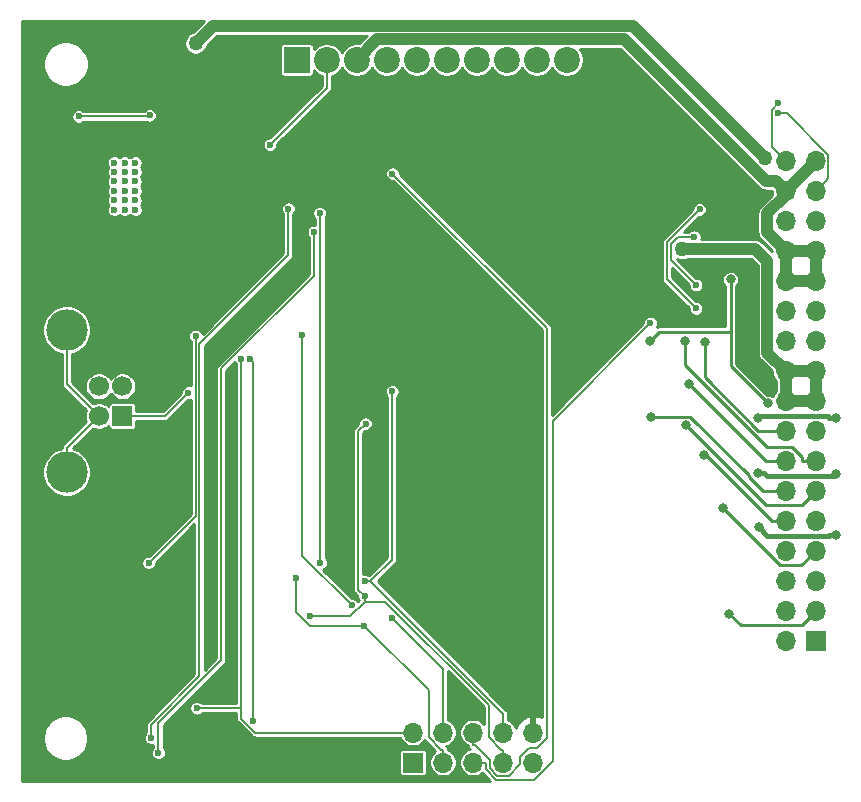
<source format=gbr>
G04 #@! TF.GenerationSoftware,KiCad,Pcbnew,5.1.6*
G04 #@! TF.CreationDate,2020-06-20T19:13:06+02:00*
G04 #@! TF.ProjectId,fluepdot,666c7565-7064-46f7-942e-6b696361645f,rev?*
G04 #@! TF.SameCoordinates,Original*
G04 #@! TF.FileFunction,Copper,L2,Bot*
G04 #@! TF.FilePolarity,Positive*
%FSLAX46Y46*%
G04 Gerber Fmt 4.6, Leading zero omitted, Abs format (unit mm)*
G04 Created by KiCad (PCBNEW 5.1.6) date 2020-06-20 19:13:06*
%MOMM*%
%LPD*%
G01*
G04 APERTURE LIST*
G04 #@! TA.AperFunction,ComponentPad*
%ADD10R,1.700000X1.700000*%
G04 #@! TD*
G04 #@! TA.AperFunction,ComponentPad*
%ADD11O,1.700000X1.700000*%
G04 #@! TD*
G04 #@! TA.AperFunction,ComponentPad*
%ADD12C,3.500000*%
G04 #@! TD*
G04 #@! TA.AperFunction,ComponentPad*
%ADD13C,1.700000*%
G04 #@! TD*
G04 #@! TA.AperFunction,ComponentPad*
%ADD14R,2.200000X2.200000*%
G04 #@! TD*
G04 #@! TA.AperFunction,ComponentPad*
%ADD15C,2.200000*%
G04 #@! TD*
G04 #@! TA.AperFunction,ViaPad*
%ADD16C,0.600000*%
G04 #@! TD*
G04 #@! TA.AperFunction,ViaPad*
%ADD17C,0.800000*%
G04 #@! TD*
G04 #@! TA.AperFunction,ViaPad*
%ADD18C,1.270000*%
G04 #@! TD*
G04 #@! TA.AperFunction,Conductor*
%ADD19C,0.200000*%
G04 #@! TD*
G04 #@! TA.AperFunction,Conductor*
%ADD20C,1.000000*%
G04 #@! TD*
G04 #@! TA.AperFunction,Conductor*
%ADD21C,0.250000*%
G04 #@! TD*
G04 #@! TA.AperFunction,Conductor*
%ADD22C,0.406400*%
G04 #@! TD*
G04 #@! TA.AperFunction,Conductor*
%ADD23C,0.400000*%
G04 #@! TD*
G04 #@! TA.AperFunction,Conductor*
%ADD24C,0.254000*%
G04 #@! TD*
G04 APERTURE END LIST*
D10*
X97500000Y-167800000D03*
D11*
X94960000Y-167800000D03*
X97500000Y-165260000D03*
X94960000Y-165260000D03*
X97500000Y-162720000D03*
X94960000Y-162720000D03*
X97500000Y-160180000D03*
X94960000Y-160180000D03*
X97500000Y-157640000D03*
X94960000Y-157640000D03*
X97500000Y-155100000D03*
X94960000Y-155100000D03*
X97500000Y-152560000D03*
X94960000Y-152560000D03*
X97500000Y-150020000D03*
X94960000Y-150020000D03*
X97500000Y-147480000D03*
X94960000Y-147480000D03*
X97500000Y-144940000D03*
X94960000Y-144940000D03*
X97500000Y-142400000D03*
X94960000Y-142400000D03*
X97500000Y-139860000D03*
X94960000Y-139860000D03*
X97500000Y-137320000D03*
X94960000Y-137320000D03*
X97500000Y-134780000D03*
X94960000Y-134780000D03*
X97500000Y-132240000D03*
X94960000Y-132240000D03*
X97500000Y-129700000D03*
X94960000Y-129700000D03*
X97500000Y-127160000D03*
X94960000Y-127160000D03*
D12*
X34090000Y-141480000D03*
X34090000Y-153520000D03*
D13*
X36800000Y-148750000D03*
X36800000Y-146250000D03*
X38800000Y-146250000D03*
D10*
X38800000Y-148750000D03*
D14*
X53570000Y-118600000D03*
D15*
X56110000Y-118600000D03*
X58650000Y-118600000D03*
X61190000Y-118600000D03*
X63730000Y-118600000D03*
X66270000Y-118600000D03*
X68810000Y-118600000D03*
X71350000Y-118600000D03*
X73890000Y-118600000D03*
X76430000Y-118600000D03*
D10*
X63400000Y-178100000D03*
D11*
X63400000Y-175560000D03*
X65940000Y-178100000D03*
X65940000Y-175560000D03*
X68480000Y-178100000D03*
X68480000Y-175560000D03*
X71020000Y-178100000D03*
X71020000Y-175560000D03*
X73560000Y-178100000D03*
X73560000Y-175560000D03*
D16*
X54006700Y-141892100D03*
X58228800Y-164799700D03*
X38100000Y-127300000D03*
X39900000Y-127300000D03*
X38100000Y-128100000D03*
X39000000Y-128100000D03*
X39900000Y-128100000D03*
X39000000Y-128900000D03*
X39900000Y-128900000D03*
X38100000Y-128900000D03*
X39000000Y-129700000D03*
X39900000Y-129700000D03*
X38100000Y-129700000D03*
X39000000Y-130500000D03*
X39900000Y-130500000D03*
X38100000Y-130500000D03*
X39000000Y-131300000D03*
X39900000Y-131300000D03*
X38100000Y-131300000D03*
X39000000Y-127300000D03*
X51298400Y-125785900D03*
X89200000Y-124900000D03*
D17*
X58537800Y-143035200D03*
X63018500Y-153938200D03*
D18*
X45000000Y-117200000D03*
X93200000Y-126912000D03*
D16*
X44386300Y-146777000D03*
D18*
X86200000Y-134600000D03*
D17*
X99200000Y-153700000D03*
X92600000Y-153600000D03*
X92600000Y-148900000D03*
X99200000Y-148900000D03*
X99225000Y-158825000D03*
X92700000Y-158200000D03*
X90178000Y-165510700D03*
X89668700Y-156562300D03*
X88016100Y-152080900D03*
X86506400Y-149542600D03*
X83560400Y-148817300D03*
X86433600Y-142380800D03*
X86791700Y-146033100D03*
X90300000Y-137189600D03*
X93490800Y-147696900D03*
X83433600Y-142444100D03*
X88095700Y-142469200D03*
D16*
X94300000Y-123100000D03*
X94300000Y-122300000D03*
X87679000Y-131272900D03*
X87370900Y-139650300D03*
X61637100Y-165839500D03*
X83512100Y-140886000D03*
X48872300Y-143916500D03*
X45108800Y-173496000D03*
X49620000Y-143914200D03*
X49892500Y-174573300D03*
X53474900Y-162485100D03*
X59295000Y-166555000D03*
X61638400Y-146670000D03*
X59311600Y-162751100D03*
X59386400Y-149411500D03*
X59312000Y-164015000D03*
X54663800Y-165703800D03*
X45000000Y-141981800D03*
X41027300Y-161201200D03*
X61662500Y-128249500D03*
X35100000Y-123400000D03*
X41100000Y-123300000D03*
X87369800Y-137666800D03*
X87211800Y-133596200D03*
X55028400Y-133186300D03*
X41855600Y-177285000D03*
X52856100Y-131214200D03*
X41238200Y-176015000D03*
X55500000Y-131591100D03*
X55572700Y-161188900D03*
D19*
X54006700Y-141892100D02*
X54006700Y-160577600D01*
X54006700Y-160577600D02*
X58228800Y-164799700D01*
X89133700Y-124713500D02*
X89133700Y-125132500D01*
D20*
X89133700Y-124713500D02*
X93270200Y-128850000D01*
X93270200Y-128850000D02*
X94110000Y-128850000D01*
X94110000Y-128850000D02*
X94960000Y-129700000D01*
X58650000Y-118600000D02*
X58650000Y-118584000D01*
X58650000Y-118584000D02*
X60361000Y-116873000D01*
X60361000Y-116873000D02*
X81293200Y-116873000D01*
X81293200Y-116873000D02*
X89133700Y-124713500D01*
D19*
X56110000Y-118600000D02*
X56110000Y-120974300D01*
X56110000Y-120974300D02*
X51298400Y-125785900D01*
X34090000Y-153520000D02*
X34090000Y-151460000D01*
X34090000Y-151460000D02*
X36800000Y-148750000D01*
X34090000Y-141480000D02*
X34090000Y-146040000D01*
X34090000Y-146040000D02*
X36800000Y-148750000D01*
D20*
X97500000Y-137320000D02*
X94960000Y-137320000D01*
X97500000Y-134780000D02*
X97500000Y-137320000D01*
X94960000Y-134780000D02*
X97500000Y-134780000D01*
X94960000Y-134780000D02*
X94960000Y-137320000D01*
X94960000Y-129700000D02*
X94960000Y-130054000D01*
X94960000Y-130054000D02*
X93400000Y-131614000D01*
X93400000Y-131614000D02*
X93400000Y-133220000D01*
X93400000Y-133220000D02*
X94960000Y-134780000D01*
X97500000Y-127160000D02*
X94960000Y-129700000D01*
D21*
X63018500Y-153938200D02*
X63018500Y-147165700D01*
X63018500Y-147165700D02*
X58888000Y-143035200D01*
X58888000Y-143035200D02*
X58537800Y-143035200D01*
X73560000Y-175560000D02*
X73560000Y-164479700D01*
X73560000Y-164479700D02*
X63018500Y-153938200D01*
D20*
X82853000Y-116565000D02*
X82034000Y-115746000D01*
X82034000Y-115746000D02*
X46454000Y-115746000D01*
X46454000Y-115746000D02*
X45000000Y-117200000D01*
X82888000Y-116600000D02*
X82853000Y-116565000D01*
X93200000Y-126912000D02*
X82888000Y-116600000D01*
X82853000Y-116565000D02*
X82888000Y-116600000D01*
D19*
X38800000Y-148750000D02*
X42413300Y-148750000D01*
X42413300Y-148750000D02*
X44386300Y-146777000D01*
D20*
X94960000Y-147480000D02*
X94960000Y-144940000D01*
X97500000Y-147480000D02*
X94960000Y-147480000D01*
X97500000Y-144940000D02*
X97500000Y-147480000D01*
X94960000Y-144940000D02*
X97500000Y-144940000D01*
X94960000Y-144940000D02*
X93410000Y-143390000D01*
X93410000Y-143390000D02*
X93410000Y-135610000D01*
X93410000Y-135610000D02*
X92400000Y-134600000D01*
X92400000Y-134600000D02*
X86200000Y-134600000D01*
D22*
X92600000Y-153600000D02*
X93165700Y-153600000D01*
X93165700Y-153600000D02*
X93378900Y-153813000D01*
D23*
X93378900Y-153813000D02*
X99086800Y-153813000D01*
D22*
X99086800Y-153813000D02*
X99200000Y-153700000D01*
X99200000Y-148900000D02*
X98634300Y-148900000D01*
X98634300Y-148900000D02*
X98501100Y-148767000D01*
D23*
X98501100Y-148767000D02*
X92733200Y-148767000D01*
D22*
X92733200Y-148767000D02*
X92600000Y-148900000D01*
X93393200Y-158893000D02*
X92700000Y-158200000D01*
D23*
X98591100Y-158893000D02*
X93393200Y-158893000D01*
D22*
X98659300Y-158825000D02*
X98591100Y-158893000D01*
X99225000Y-158825000D02*
X98659300Y-158825000D01*
D21*
X91135700Y-166468400D02*
X90178000Y-165510700D01*
X96324999Y-166435001D02*
X96650001Y-166109999D01*
X91169099Y-166435001D02*
X96324999Y-166435001D01*
X96650001Y-166109999D02*
X97500000Y-165260000D01*
X91135700Y-166468400D02*
X91169099Y-166435001D01*
X94488700Y-161382300D02*
X89668700Y-156562300D01*
X96297700Y-161382300D02*
X97500000Y-160180000D01*
X94488700Y-161382300D02*
X96297700Y-161382300D01*
X93784700Y-157640000D02*
X88225700Y-152081000D01*
X88225700Y-152081000D02*
X88016100Y-152081000D01*
X88016100Y-152081000D02*
X88016100Y-152080900D01*
X94960000Y-157640000D02*
X93784700Y-157640000D01*
X93254800Y-156291000D02*
X86506400Y-149542600D01*
X96309000Y-156291000D02*
X96318000Y-156300000D01*
X93254800Y-156291000D02*
X96309000Y-156291000D01*
X96318000Y-156282000D02*
X97500000Y-155100000D01*
X96318000Y-156300000D02*
X96318000Y-156282000D01*
X94960000Y-155100000D02*
X93068600Y-155100000D01*
X93068600Y-155100000D02*
X91874600Y-153906000D01*
X91874600Y-153906000D02*
X91874600Y-153795700D01*
X91874600Y-153795700D02*
X86896200Y-148817300D01*
X86896200Y-148817300D02*
X83560400Y-148817300D01*
X96324700Y-152560000D02*
X96324700Y-152192600D01*
X96324700Y-152192600D02*
X95516800Y-151384700D01*
X95516800Y-151384700D02*
X93350800Y-151384700D01*
X93350800Y-151384700D02*
X86433600Y-144467500D01*
X86433600Y-144467500D02*
X86433600Y-142380800D01*
X97500000Y-152560000D02*
X96324700Y-152560000D01*
X86791700Y-146033100D02*
X93318600Y-152560000D01*
X93318600Y-152560000D02*
X94960000Y-152560000D01*
X90300000Y-141611300D02*
X90300000Y-144506100D01*
X90300000Y-144506100D02*
X93490800Y-147696900D01*
X83433600Y-142444100D02*
X84266400Y-141611300D01*
X84266400Y-141611300D02*
X90300000Y-141611300D01*
X90300000Y-141611300D02*
X90300000Y-137189600D01*
X94960000Y-150020000D02*
X92623000Y-150020000D01*
X92623000Y-150020000D02*
X88095700Y-145492700D01*
X88095700Y-145492700D02*
X88095700Y-142469200D01*
D19*
X98349999Y-128850001D02*
X97500000Y-129700000D01*
X98577001Y-126643039D02*
X98577001Y-128622999D01*
X98577001Y-128622999D02*
X98349999Y-128850001D01*
X95033962Y-123100000D02*
X98577001Y-126643039D01*
X94300000Y-123100000D02*
X95033962Y-123100000D01*
X94110001Y-126310001D02*
X94960000Y-127160000D01*
X93772999Y-125972999D02*
X94110001Y-126310001D01*
X93772999Y-122827001D02*
X93772999Y-125972999D01*
X94300000Y-122300000D02*
X93772999Y-122827001D01*
X87370900Y-139650300D02*
X84881900Y-137161300D01*
X84881900Y-137161300D02*
X84881900Y-134070000D01*
X84881900Y-134070000D02*
X87679000Y-131272900D01*
X65940000Y-175560000D02*
X65940000Y-170142400D01*
X65940000Y-170142400D02*
X61637100Y-165839500D01*
X68480000Y-178100000D02*
X69557300Y-178100000D01*
X69557300Y-178100000D02*
X69557300Y-178689100D01*
X69557300Y-178689100D02*
X70454000Y-179585800D01*
X70454000Y-179585800D02*
X73662700Y-179585800D01*
X73662700Y-179585800D02*
X75256100Y-177992400D01*
X75256100Y-177992400D02*
X75256100Y-149142000D01*
X75256100Y-149142000D02*
X83512100Y-140886000D01*
X48872300Y-173496000D02*
X45108800Y-173496000D01*
X62322700Y-175560000D02*
X50051900Y-175560000D01*
X50051900Y-175560000D02*
X48872300Y-174380400D01*
X48872300Y-174380400D02*
X48872300Y-173496000D01*
X48872300Y-173496000D02*
X48872300Y-143916500D01*
X63400000Y-175560000D02*
X62322700Y-175560000D01*
X49620000Y-143914200D02*
X49892500Y-144186700D01*
X49892500Y-144186700D02*
X49892500Y-174573300D01*
X53474900Y-162485100D02*
X53474900Y-165328100D01*
X53474900Y-165328100D02*
X54701800Y-166555000D01*
X54701800Y-166555000D02*
X59295000Y-166555000D01*
X59295000Y-166555000D02*
X64727200Y-171987200D01*
X64727200Y-171987200D02*
X64727200Y-175944800D01*
X64727200Y-175944800D02*
X65805100Y-177022700D01*
X65805100Y-177022700D02*
X65940000Y-177022700D01*
X65940000Y-178100000D02*
X65940000Y-177022700D01*
X59800200Y-162751100D02*
X61638400Y-160912900D01*
X61638400Y-160912900D02*
X61638400Y-146670000D01*
X59800200Y-162751100D02*
X59311600Y-162751100D01*
X71020000Y-175560000D02*
X71020000Y-173970900D01*
X71020000Y-173970900D02*
X59800200Y-162751100D01*
X59386400Y-149411500D02*
X58754100Y-150043800D01*
X58754100Y-150043800D02*
X58754100Y-163457100D01*
X58754100Y-163457100D02*
X59312000Y-164015000D01*
X59312000Y-164468500D02*
X61054600Y-164468500D01*
X61054600Y-164468500D02*
X69807200Y-173221100D01*
X69807200Y-173221100D02*
X69807200Y-175944800D01*
X69807200Y-175944800D02*
X70885100Y-177022700D01*
X70885100Y-177022700D02*
X71020000Y-177022700D01*
X59312000Y-164468500D02*
X58076700Y-165703800D01*
X58076700Y-165703800D02*
X54663800Y-165703800D01*
X59312000Y-164468500D02*
X59312000Y-164015000D01*
X71020000Y-178100000D02*
X71020000Y-177022700D01*
X45000000Y-141981800D02*
X45000000Y-157228500D01*
X45000000Y-157228500D02*
X41027300Y-161201200D01*
X68480000Y-176637300D02*
X68614700Y-176637300D01*
X68614700Y-176637300D02*
X69884700Y-177907300D01*
X69884700Y-177907300D02*
X69884700Y-178540800D01*
X69884700Y-178540800D02*
X70556500Y-179212600D01*
X70556500Y-179212600D02*
X71492700Y-179212600D01*
X71492700Y-179212600D02*
X72446100Y-178259200D01*
X72446100Y-178259200D02*
X72446100Y-177649800D01*
X72446100Y-177649800D02*
X73227900Y-176868000D01*
X73227900Y-176868000D02*
X73892100Y-176868000D01*
X73892100Y-176868000D02*
X74733100Y-176027000D01*
X74733100Y-176027000D02*
X74733100Y-141320100D01*
X74733100Y-141320100D02*
X61662500Y-128249500D01*
X68480000Y-175560000D02*
X68480000Y-176637300D01*
X35100000Y-123400000D02*
X41000000Y-123400000D01*
X41000000Y-123400000D02*
X41100000Y-123300000D01*
X87211800Y-133596200D02*
X85843200Y-133596200D01*
X85843200Y-133596200D02*
X85253900Y-134185500D01*
X85253900Y-134185500D02*
X85253900Y-135550900D01*
X85253900Y-135550900D02*
X87369800Y-137666800D01*
X55028400Y-133186300D02*
X55028400Y-136879700D01*
X55028400Y-136879700D02*
X47174600Y-144733500D01*
X47174600Y-144733500D02*
X47174600Y-169424200D01*
X47174600Y-169424200D02*
X41855600Y-174743200D01*
X41855600Y-174743200D02*
X41855600Y-177285000D01*
X52856100Y-131214200D02*
X52856100Y-135123000D01*
X52856100Y-135123000D02*
X45327400Y-142651700D01*
X45327400Y-142651700D02*
X45327400Y-170808600D01*
X45327400Y-170808600D02*
X41238200Y-174897800D01*
X41238200Y-174897800D02*
X41238200Y-176015000D01*
X55500000Y-131591100D02*
X55572700Y-131663800D01*
X55572700Y-131663800D02*
X55572700Y-161188900D01*
D24*
G36*
X44764437Y-116266010D02*
G01*
X44719395Y-116274969D01*
X44544322Y-116347486D01*
X44386761Y-116452766D01*
X44252766Y-116586761D01*
X44147486Y-116744322D01*
X44074969Y-116919395D01*
X44038000Y-117105251D01*
X44038000Y-117294749D01*
X44074969Y-117480605D01*
X44147486Y-117655678D01*
X44252766Y-117813239D01*
X44386761Y-117947234D01*
X44544322Y-118052514D01*
X44719395Y-118125031D01*
X44905251Y-118162000D01*
X45094749Y-118162000D01*
X45280605Y-118125031D01*
X45455678Y-118052514D01*
X45613239Y-117947234D01*
X45747234Y-117813239D01*
X45852514Y-117655678D01*
X45925031Y-117480605D01*
X45933990Y-117435563D01*
X46796555Y-116573000D01*
X59491445Y-116573000D01*
X58874706Y-117189740D01*
X58790547Y-117173000D01*
X58509453Y-117173000D01*
X58233759Y-117227838D01*
X57974062Y-117335409D01*
X57740340Y-117491576D01*
X57541576Y-117690340D01*
X57385409Y-117924062D01*
X57380000Y-117937120D01*
X57374591Y-117924062D01*
X57218424Y-117690340D01*
X57019660Y-117491576D01*
X56785938Y-117335409D01*
X56526241Y-117227838D01*
X56250547Y-117173000D01*
X55969453Y-117173000D01*
X55693759Y-117227838D01*
X55434062Y-117335409D01*
X55200340Y-117491576D01*
X55001576Y-117690340D01*
X54998582Y-117694821D01*
X54998582Y-117500000D01*
X54992268Y-117435897D01*
X54973570Y-117374257D01*
X54943206Y-117317450D01*
X54902343Y-117267657D01*
X54852550Y-117226794D01*
X54795743Y-117196430D01*
X54734103Y-117177732D01*
X54670000Y-117171418D01*
X52470000Y-117171418D01*
X52405897Y-117177732D01*
X52344257Y-117196430D01*
X52287450Y-117226794D01*
X52237657Y-117267657D01*
X52196794Y-117317450D01*
X52166430Y-117374257D01*
X52147732Y-117435897D01*
X52141418Y-117500000D01*
X52141418Y-119700000D01*
X52147732Y-119764103D01*
X52166430Y-119825743D01*
X52196794Y-119882550D01*
X52237657Y-119932343D01*
X52287450Y-119973206D01*
X52344257Y-120003570D01*
X52405897Y-120022268D01*
X52470000Y-120028582D01*
X54670000Y-120028582D01*
X54734103Y-120022268D01*
X54795743Y-120003570D01*
X54852550Y-119973206D01*
X54902343Y-119932343D01*
X54943206Y-119882550D01*
X54973570Y-119825743D01*
X54992268Y-119764103D01*
X54998582Y-119700000D01*
X54998582Y-119505179D01*
X55001576Y-119509660D01*
X55200340Y-119708424D01*
X55434062Y-119864591D01*
X55683001Y-119967706D01*
X55683001Y-120797430D01*
X51321532Y-125158900D01*
X51236646Y-125158900D01*
X51115511Y-125182995D01*
X51001404Y-125230260D01*
X50898711Y-125298877D01*
X50811377Y-125386211D01*
X50742760Y-125488904D01*
X50695495Y-125603011D01*
X50671400Y-125724146D01*
X50671400Y-125847654D01*
X50695495Y-125968789D01*
X50742760Y-126082896D01*
X50811377Y-126185589D01*
X50898711Y-126272923D01*
X51001404Y-126341540D01*
X51115511Y-126388805D01*
X51236646Y-126412900D01*
X51360154Y-126412900D01*
X51481289Y-126388805D01*
X51595396Y-126341540D01*
X51698089Y-126272923D01*
X51785423Y-126185589D01*
X51854040Y-126082896D01*
X51901305Y-125968789D01*
X51925400Y-125847654D01*
X51925400Y-125762768D01*
X56397105Y-121291064D01*
X56413395Y-121277695D01*
X56426764Y-121261405D01*
X56426768Y-121261401D01*
X56466755Y-121212677D01*
X56506404Y-121138497D01*
X56506405Y-121138496D01*
X56530822Y-121058007D01*
X56537000Y-120995278D01*
X56537000Y-120995267D01*
X56539065Y-120974300D01*
X56537000Y-120953333D01*
X56537000Y-119967705D01*
X56785938Y-119864591D01*
X57019660Y-119708424D01*
X57218424Y-119509660D01*
X57374591Y-119275938D01*
X57380000Y-119262880D01*
X57385409Y-119275938D01*
X57541576Y-119509660D01*
X57740340Y-119708424D01*
X57974062Y-119864591D01*
X58233759Y-119972162D01*
X58509453Y-120027000D01*
X58790547Y-120027000D01*
X59066241Y-119972162D01*
X59325938Y-119864591D01*
X59559660Y-119708424D01*
X59758424Y-119509660D01*
X59914591Y-119275938D01*
X59920000Y-119262880D01*
X59925409Y-119275938D01*
X60081576Y-119509660D01*
X60280340Y-119708424D01*
X60514062Y-119864591D01*
X60773759Y-119972162D01*
X61049453Y-120027000D01*
X61330547Y-120027000D01*
X61606241Y-119972162D01*
X61865938Y-119864591D01*
X62099660Y-119708424D01*
X62298424Y-119509660D01*
X62454591Y-119275938D01*
X62460000Y-119262880D01*
X62465409Y-119275938D01*
X62621576Y-119509660D01*
X62820340Y-119708424D01*
X63054062Y-119864591D01*
X63313759Y-119972162D01*
X63589453Y-120027000D01*
X63870547Y-120027000D01*
X64146241Y-119972162D01*
X64405938Y-119864591D01*
X64639660Y-119708424D01*
X64838424Y-119509660D01*
X64994591Y-119275938D01*
X65000000Y-119262880D01*
X65005409Y-119275938D01*
X65161576Y-119509660D01*
X65360340Y-119708424D01*
X65594062Y-119864591D01*
X65853759Y-119972162D01*
X66129453Y-120027000D01*
X66410547Y-120027000D01*
X66686241Y-119972162D01*
X66945938Y-119864591D01*
X67179660Y-119708424D01*
X67378424Y-119509660D01*
X67534591Y-119275938D01*
X67540000Y-119262880D01*
X67545409Y-119275938D01*
X67701576Y-119509660D01*
X67900340Y-119708424D01*
X68134062Y-119864591D01*
X68393759Y-119972162D01*
X68669453Y-120027000D01*
X68950547Y-120027000D01*
X69226241Y-119972162D01*
X69485938Y-119864591D01*
X69719660Y-119708424D01*
X69918424Y-119509660D01*
X70074591Y-119275938D01*
X70080000Y-119262880D01*
X70085409Y-119275938D01*
X70241576Y-119509660D01*
X70440340Y-119708424D01*
X70674062Y-119864591D01*
X70933759Y-119972162D01*
X71209453Y-120027000D01*
X71490547Y-120027000D01*
X71766241Y-119972162D01*
X72025938Y-119864591D01*
X72259660Y-119708424D01*
X72458424Y-119509660D01*
X72614591Y-119275938D01*
X72620000Y-119262880D01*
X72625409Y-119275938D01*
X72781576Y-119509660D01*
X72980340Y-119708424D01*
X73214062Y-119864591D01*
X73473759Y-119972162D01*
X73749453Y-120027000D01*
X74030547Y-120027000D01*
X74306241Y-119972162D01*
X74565938Y-119864591D01*
X74799660Y-119708424D01*
X74998424Y-119509660D01*
X75154591Y-119275938D01*
X75160000Y-119262880D01*
X75165409Y-119275938D01*
X75321576Y-119509660D01*
X75520340Y-119708424D01*
X75754062Y-119864591D01*
X76013759Y-119972162D01*
X76289453Y-120027000D01*
X76570547Y-120027000D01*
X76846241Y-119972162D01*
X77105938Y-119864591D01*
X77339660Y-119708424D01*
X77538424Y-119509660D01*
X77694591Y-119275938D01*
X77802162Y-119016241D01*
X77857000Y-118740547D01*
X77857000Y-118459453D01*
X77802162Y-118183759D01*
X77694591Y-117924062D01*
X77544879Y-117700000D01*
X80950647Y-117700000D01*
X88577647Y-125327002D01*
X88577658Y-125327011D01*
X92656704Y-129406059D01*
X92682594Y-129437606D01*
X92714141Y-129463496D01*
X92714147Y-129463502D01*
X92808519Y-129540951D01*
X92808521Y-129540952D01*
X92952190Y-129617745D01*
X93108080Y-129665034D01*
X93229576Y-129677000D01*
X93229588Y-129677000D01*
X93270199Y-129681000D01*
X93310810Y-129677000D01*
X93767446Y-129677000D01*
X93783000Y-129692554D01*
X93783000Y-129815924D01*
X93823734Y-130020712D01*
X92843952Y-131000495D01*
X92812394Y-131026394D01*
X92760725Y-131089353D01*
X92709048Y-131152321D01*
X92677606Y-131211146D01*
X92632255Y-131295991D01*
X92584966Y-131451881D01*
X92573000Y-131573377D01*
X92573000Y-131573386D01*
X92569000Y-131614000D01*
X92573000Y-131654614D01*
X92573001Y-133179377D01*
X92569000Y-133220000D01*
X92584967Y-133382120D01*
X92632256Y-133538010D01*
X92709048Y-133681679D01*
X92783994Y-133773000D01*
X92812395Y-133807606D01*
X92843948Y-133833501D01*
X93783000Y-134772554D01*
X93783000Y-134813445D01*
X93013505Y-134043952D01*
X92987606Y-134012394D01*
X92861679Y-133909048D01*
X92718010Y-133832255D01*
X92562120Y-133784966D01*
X92440624Y-133773000D01*
X92440614Y-133773000D01*
X92400000Y-133769000D01*
X92359386Y-133773000D01*
X87815916Y-133773000D01*
X87838800Y-133657954D01*
X87838800Y-133534446D01*
X87814705Y-133413311D01*
X87767440Y-133299204D01*
X87698823Y-133196511D01*
X87611489Y-133109177D01*
X87508796Y-133040560D01*
X87394689Y-132993295D01*
X87273554Y-132969200D01*
X87150046Y-132969200D01*
X87028911Y-132993295D01*
X86914804Y-133040560D01*
X86812111Y-133109177D01*
X86752088Y-133169200D01*
X86386568Y-133169200D01*
X87655869Y-131899900D01*
X87740754Y-131899900D01*
X87861889Y-131875805D01*
X87975996Y-131828540D01*
X88078689Y-131759923D01*
X88166023Y-131672589D01*
X88234640Y-131569896D01*
X88281905Y-131455789D01*
X88306000Y-131334654D01*
X88306000Y-131211146D01*
X88281905Y-131090011D01*
X88234640Y-130975904D01*
X88166023Y-130873211D01*
X88078689Y-130785877D01*
X87975996Y-130717260D01*
X87861889Y-130669995D01*
X87740754Y-130645900D01*
X87617246Y-130645900D01*
X87496111Y-130669995D01*
X87382004Y-130717260D01*
X87279311Y-130785877D01*
X87191977Y-130873211D01*
X87123360Y-130975904D01*
X87076095Y-131090011D01*
X87052000Y-131211146D01*
X87052000Y-131296031D01*
X84594796Y-133753236D01*
X84578506Y-133766605D01*
X84565137Y-133782895D01*
X84565132Y-133782900D01*
X84525145Y-133831624D01*
X84488815Y-133899595D01*
X84485496Y-133905804D01*
X84471193Y-133952955D01*
X84461079Y-133986294D01*
X84452835Y-134070000D01*
X84454901Y-134090977D01*
X84454900Y-137140333D01*
X84452835Y-137161300D01*
X84454900Y-137182267D01*
X84454900Y-137182277D01*
X84461078Y-137245006D01*
X84485495Y-137325495D01*
X84485496Y-137325496D01*
X84525145Y-137399676D01*
X84554893Y-137435924D01*
X84578505Y-137464695D01*
X84594800Y-137478068D01*
X86743900Y-139627169D01*
X86743900Y-139712054D01*
X86767995Y-139833189D01*
X86815260Y-139947296D01*
X86883877Y-140049989D01*
X86971211Y-140137323D01*
X87073904Y-140205940D01*
X87188011Y-140253205D01*
X87309146Y-140277300D01*
X87432654Y-140277300D01*
X87553789Y-140253205D01*
X87667896Y-140205940D01*
X87770589Y-140137323D01*
X87857923Y-140049989D01*
X87926540Y-139947296D01*
X87973805Y-139833189D01*
X87997900Y-139712054D01*
X87997900Y-139588546D01*
X87973805Y-139467411D01*
X87926540Y-139353304D01*
X87857923Y-139250611D01*
X87770589Y-139163277D01*
X87667896Y-139094660D01*
X87553789Y-139047395D01*
X87432654Y-139023300D01*
X87347769Y-139023300D01*
X85308900Y-136984432D01*
X85308900Y-136209768D01*
X86742800Y-137643669D01*
X86742800Y-137728554D01*
X86766895Y-137849689D01*
X86814160Y-137963796D01*
X86882777Y-138066489D01*
X86970111Y-138153823D01*
X87072804Y-138222440D01*
X87186911Y-138269705D01*
X87308046Y-138293800D01*
X87431554Y-138293800D01*
X87552689Y-138269705D01*
X87666796Y-138222440D01*
X87769489Y-138153823D01*
X87856823Y-138066489D01*
X87925440Y-137963796D01*
X87972705Y-137849689D01*
X87996800Y-137728554D01*
X87996800Y-137605046D01*
X87972705Y-137483911D01*
X87925440Y-137369804D01*
X87856823Y-137267111D01*
X87769489Y-137179777D01*
X87666796Y-137111160D01*
X87552689Y-137063895D01*
X87431554Y-137039800D01*
X87346669Y-137039800D01*
X85770031Y-135463163D01*
X85919395Y-135525031D01*
X86105251Y-135562000D01*
X86294749Y-135562000D01*
X86480605Y-135525031D01*
X86655678Y-135452514D01*
X86693862Y-135427000D01*
X92057446Y-135427000D01*
X92583001Y-135952555D01*
X92583000Y-143349386D01*
X92579000Y-143390000D01*
X92583000Y-143430614D01*
X92583000Y-143430623D01*
X92594966Y-143552119D01*
X92642255Y-143708009D01*
X92673187Y-143765878D01*
X92719048Y-143851679D01*
X92770358Y-143914200D01*
X92822394Y-143977606D01*
X92853952Y-144003505D01*
X93783000Y-144932554D01*
X93783000Y-145055924D01*
X93828231Y-145283318D01*
X93916956Y-145497519D01*
X94045764Y-145690294D01*
X94133001Y-145777531D01*
X94133000Y-146642470D01*
X94045764Y-146729706D01*
X93916956Y-146922481D01*
X93856999Y-147067230D01*
X93835164Y-147052641D01*
X93702858Y-146997838D01*
X93562403Y-146969900D01*
X93419197Y-146969900D01*
X93405707Y-146972583D01*
X90752000Y-144318877D01*
X90752000Y-141633504D01*
X90754187Y-141611300D01*
X90752000Y-141589095D01*
X90752000Y-137761939D01*
X90763436Y-137754298D01*
X90864698Y-137653036D01*
X90944259Y-137533964D01*
X90999062Y-137401658D01*
X91027000Y-137261203D01*
X91027000Y-137117997D01*
X90999062Y-136977542D01*
X90944259Y-136845236D01*
X90864698Y-136726164D01*
X90763436Y-136624902D01*
X90644364Y-136545341D01*
X90512058Y-136490538D01*
X90371603Y-136462600D01*
X90228397Y-136462600D01*
X90087942Y-136490538D01*
X89955636Y-136545341D01*
X89836564Y-136624902D01*
X89735302Y-136726164D01*
X89655741Y-136845236D01*
X89600938Y-136977542D01*
X89573000Y-137117997D01*
X89573000Y-137261203D01*
X89600938Y-137401658D01*
X89655741Y-137533964D01*
X89735302Y-137653036D01*
X89836564Y-137754298D01*
X89848001Y-137761940D01*
X89848000Y-141159300D01*
X84288604Y-141159300D01*
X84266399Y-141157113D01*
X84177792Y-141165840D01*
X84153853Y-141173102D01*
X84092590Y-141191686D01*
X84044902Y-141217175D01*
X84067740Y-141182996D01*
X84115005Y-141068889D01*
X84139100Y-140947754D01*
X84139100Y-140824246D01*
X84115005Y-140703111D01*
X84067740Y-140589004D01*
X83999123Y-140486311D01*
X83911789Y-140398977D01*
X83809096Y-140330360D01*
X83694989Y-140283095D01*
X83573854Y-140259000D01*
X83450346Y-140259000D01*
X83329211Y-140283095D01*
X83215104Y-140330360D01*
X83112411Y-140398977D01*
X83025077Y-140486311D01*
X82956460Y-140589004D01*
X82909195Y-140703111D01*
X82885100Y-140824246D01*
X82885100Y-140909130D01*
X75160100Y-148634132D01*
X75160100Y-141341067D01*
X75162165Y-141320100D01*
X75160100Y-141299133D01*
X75160100Y-141299122D01*
X75153922Y-141236393D01*
X75129505Y-141155904D01*
X75120276Y-141138638D01*
X75089856Y-141081723D01*
X75049868Y-141032999D01*
X75049864Y-141032995D01*
X75036495Y-141016705D01*
X75020205Y-141003336D01*
X62289500Y-128272632D01*
X62289500Y-128187746D01*
X62265405Y-128066611D01*
X62218140Y-127952504D01*
X62149523Y-127849811D01*
X62062189Y-127762477D01*
X61959496Y-127693860D01*
X61845389Y-127646595D01*
X61724254Y-127622500D01*
X61600746Y-127622500D01*
X61479611Y-127646595D01*
X61365504Y-127693860D01*
X61262811Y-127762477D01*
X61175477Y-127849811D01*
X61106860Y-127952504D01*
X61059595Y-128066611D01*
X61035500Y-128187746D01*
X61035500Y-128311254D01*
X61059595Y-128432389D01*
X61106860Y-128546496D01*
X61175477Y-128649189D01*
X61262811Y-128736523D01*
X61365504Y-128805140D01*
X61479611Y-128852405D01*
X61600746Y-128876500D01*
X61685632Y-128876500D01*
X74306101Y-141496970D01*
X74306100Y-174278442D01*
X74064099Y-174163175D01*
X73916890Y-174118524D01*
X73687000Y-174239845D01*
X73687000Y-175433000D01*
X73707000Y-175433000D01*
X73707000Y-175687000D01*
X73687000Y-175687000D01*
X73687000Y-175707000D01*
X73433000Y-175707000D01*
X73433000Y-175687000D01*
X73413000Y-175687000D01*
X73413000Y-175433000D01*
X73433000Y-175433000D01*
X73433000Y-174239845D01*
X73203110Y-174118524D01*
X73055901Y-174163175D01*
X72793080Y-174288359D01*
X72559731Y-174462412D01*
X72364822Y-174678645D01*
X72215843Y-174928748D01*
X72131264Y-175167179D01*
X72063044Y-175002481D01*
X71934236Y-174809706D01*
X71770294Y-174645764D01*
X71577519Y-174516956D01*
X71447000Y-174462893D01*
X71447000Y-173991864D01*
X71449065Y-173970899D01*
X71447000Y-173949934D01*
X71447000Y-173949922D01*
X71440822Y-173887193D01*
X71416405Y-173806704D01*
X71377745Y-173734376D01*
X71376755Y-173732523D01*
X71336768Y-173683798D01*
X71336759Y-173683789D01*
X71323395Y-173667505D01*
X71307111Y-173654141D01*
X60404068Y-162751100D01*
X61925512Y-161229658D01*
X61941795Y-161216295D01*
X61955159Y-161200011D01*
X61955168Y-161200002D01*
X61995155Y-161151277D01*
X62034804Y-161077097D01*
X62034805Y-161077096D01*
X62059222Y-160996607D01*
X62065400Y-160933878D01*
X62065400Y-160933866D01*
X62067465Y-160912901D01*
X62065400Y-160891936D01*
X62065400Y-147129712D01*
X62125423Y-147069689D01*
X62194040Y-146966996D01*
X62241305Y-146852889D01*
X62265400Y-146731754D01*
X62265400Y-146608246D01*
X62241305Y-146487111D01*
X62194040Y-146373004D01*
X62125423Y-146270311D01*
X62038089Y-146182977D01*
X61935396Y-146114360D01*
X61821289Y-146067095D01*
X61700154Y-146043000D01*
X61576646Y-146043000D01*
X61455511Y-146067095D01*
X61341404Y-146114360D01*
X61238711Y-146182977D01*
X61151377Y-146270311D01*
X61082760Y-146373004D01*
X61035495Y-146487111D01*
X61011400Y-146608246D01*
X61011400Y-146731754D01*
X61035495Y-146852889D01*
X61082760Y-146966996D01*
X61151377Y-147069689D01*
X61211401Y-147129713D01*
X61211400Y-160736030D01*
X59694544Y-162252888D01*
X59608596Y-162195460D01*
X59494489Y-162148195D01*
X59373354Y-162124100D01*
X59249846Y-162124100D01*
X59181100Y-162137774D01*
X59181100Y-150220668D01*
X59363269Y-150038500D01*
X59448154Y-150038500D01*
X59569289Y-150014405D01*
X59683396Y-149967140D01*
X59786089Y-149898523D01*
X59873423Y-149811189D01*
X59942040Y-149708496D01*
X59989305Y-149594389D01*
X60013400Y-149473254D01*
X60013400Y-149349746D01*
X59989305Y-149228611D01*
X59942040Y-149114504D01*
X59873423Y-149011811D01*
X59786089Y-148924477D01*
X59683396Y-148855860D01*
X59569289Y-148808595D01*
X59448154Y-148784500D01*
X59324646Y-148784500D01*
X59203511Y-148808595D01*
X59089404Y-148855860D01*
X58986711Y-148924477D01*
X58899377Y-149011811D01*
X58830760Y-149114504D01*
X58783495Y-149228611D01*
X58759400Y-149349746D01*
X58759400Y-149434631D01*
X58467000Y-149727032D01*
X58450705Y-149740405D01*
X58437333Y-149756699D01*
X58437332Y-149756700D01*
X58397345Y-149805424D01*
X58394264Y-149811189D01*
X58357695Y-149879605D01*
X58333278Y-149960094D01*
X58327100Y-150022823D01*
X58327100Y-150022833D01*
X58325035Y-150043800D01*
X58327100Y-150064767D01*
X58327101Y-163436123D01*
X58325035Y-163457100D01*
X58327101Y-163478077D01*
X58327101Y-163478078D01*
X58332016Y-163527977D01*
X58333279Y-163540806D01*
X58357696Y-163621296D01*
X58397345Y-163695476D01*
X58437332Y-163744200D01*
X58437337Y-163744205D01*
X58450706Y-163760495D01*
X58466995Y-163773863D01*
X58685000Y-163991868D01*
X58685000Y-164076754D01*
X58709095Y-164197889D01*
X58756360Y-164311996D01*
X58799729Y-164376902D01*
X58740175Y-164436456D01*
X58715823Y-164400011D01*
X58628489Y-164312677D01*
X58525796Y-164244060D01*
X58411689Y-164196795D01*
X58290554Y-164172700D01*
X58205669Y-164172700D01*
X55804510Y-161771541D01*
X55869696Y-161744540D01*
X55972389Y-161675923D01*
X56059723Y-161588589D01*
X56128340Y-161485896D01*
X56175605Y-161371789D01*
X56199700Y-161250654D01*
X56199700Y-161127146D01*
X56175605Y-161006011D01*
X56128340Y-160891904D01*
X56059723Y-160789211D01*
X55999700Y-160729188D01*
X55999700Y-131971816D01*
X56055640Y-131888096D01*
X56102905Y-131773989D01*
X56127000Y-131652854D01*
X56127000Y-131529346D01*
X56102905Y-131408211D01*
X56055640Y-131294104D01*
X55987023Y-131191411D01*
X55899689Y-131104077D01*
X55796996Y-131035460D01*
X55682889Y-130988195D01*
X55561754Y-130964100D01*
X55438246Y-130964100D01*
X55317111Y-130988195D01*
X55203004Y-131035460D01*
X55100311Y-131104077D01*
X55012977Y-131191411D01*
X54944360Y-131294104D01*
X54897095Y-131408211D01*
X54873000Y-131529346D01*
X54873000Y-131652854D01*
X54897095Y-131773989D01*
X54944360Y-131888096D01*
X55012977Y-131990789D01*
X55100311Y-132078123D01*
X55145700Y-132108451D01*
X55145700Y-132570349D01*
X55090154Y-132559300D01*
X54966646Y-132559300D01*
X54845511Y-132583395D01*
X54731404Y-132630660D01*
X54628711Y-132699277D01*
X54541377Y-132786611D01*
X54472760Y-132889304D01*
X54425495Y-133003411D01*
X54401400Y-133124546D01*
X54401400Y-133248054D01*
X54425495Y-133369189D01*
X54472760Y-133483296D01*
X54541377Y-133585989D01*
X54601400Y-133646012D01*
X54601401Y-136702830D01*
X46887500Y-144416732D01*
X46871205Y-144430105D01*
X46857833Y-144446399D01*
X46857832Y-144446400D01*
X46817845Y-144495124D01*
X46806096Y-144517105D01*
X46778195Y-144569305D01*
X46753778Y-144649794D01*
X46747600Y-144712523D01*
X46747600Y-144712533D01*
X46745535Y-144733500D01*
X46747600Y-144754467D01*
X46747601Y-169247330D01*
X45754400Y-170240531D01*
X45754400Y-142828568D01*
X53143205Y-135439764D01*
X53159495Y-135426395D01*
X53172864Y-135410105D01*
X53172868Y-135410101D01*
X53212856Y-135361377D01*
X53252505Y-135287197D01*
X53258188Y-135268463D01*
X53276922Y-135206707D01*
X53283100Y-135143978D01*
X53283100Y-135143967D01*
X53285165Y-135123000D01*
X53283100Y-135102033D01*
X53283100Y-131673912D01*
X53343123Y-131613889D01*
X53411740Y-131511196D01*
X53459005Y-131397089D01*
X53483100Y-131275954D01*
X53483100Y-131152446D01*
X53459005Y-131031311D01*
X53411740Y-130917204D01*
X53343123Y-130814511D01*
X53255789Y-130727177D01*
X53153096Y-130658560D01*
X53038989Y-130611295D01*
X52917854Y-130587200D01*
X52794346Y-130587200D01*
X52673211Y-130611295D01*
X52559104Y-130658560D01*
X52456411Y-130727177D01*
X52369077Y-130814511D01*
X52300460Y-130917204D01*
X52253195Y-131031311D01*
X52229100Y-131152446D01*
X52229100Y-131275954D01*
X52253195Y-131397089D01*
X52300460Y-131511196D01*
X52369077Y-131613889D01*
X52429100Y-131673912D01*
X52429101Y-134946130D01*
X45595119Y-141780113D01*
X45555640Y-141684804D01*
X45487023Y-141582111D01*
X45399689Y-141494777D01*
X45296996Y-141426160D01*
X45182889Y-141378895D01*
X45061754Y-141354800D01*
X44938246Y-141354800D01*
X44817111Y-141378895D01*
X44703004Y-141426160D01*
X44600311Y-141494777D01*
X44512977Y-141582111D01*
X44444360Y-141684804D01*
X44397095Y-141798911D01*
X44373000Y-141920046D01*
X44373000Y-142043554D01*
X44397095Y-142164689D01*
X44444360Y-142278796D01*
X44512977Y-142381489D01*
X44573000Y-142441512D01*
X44573000Y-146175674D01*
X44569189Y-146174095D01*
X44448054Y-146150000D01*
X44324546Y-146150000D01*
X44203411Y-146174095D01*
X44089304Y-146221360D01*
X43986611Y-146289977D01*
X43899277Y-146377311D01*
X43830660Y-146480004D01*
X43783395Y-146594111D01*
X43759300Y-146715246D01*
X43759300Y-146800130D01*
X42236432Y-148323000D01*
X39978582Y-148323000D01*
X39978582Y-147900000D01*
X39972268Y-147835897D01*
X39953570Y-147774257D01*
X39923206Y-147717450D01*
X39882343Y-147667657D01*
X39832550Y-147626794D01*
X39775743Y-147596430D01*
X39714103Y-147577732D01*
X39650000Y-147571418D01*
X37950000Y-147571418D01*
X37885897Y-147577732D01*
X37824257Y-147596430D01*
X37767450Y-147626794D01*
X37717657Y-147667657D01*
X37676794Y-147717450D01*
X37646430Y-147774257D01*
X37627732Y-147835897D01*
X37621418Y-147900000D01*
X37621418Y-147906888D01*
X37550294Y-147835764D01*
X37357519Y-147706956D01*
X37143318Y-147618231D01*
X36915924Y-147573000D01*
X36684076Y-147573000D01*
X36456682Y-147618231D01*
X36326163Y-147672294D01*
X34787945Y-146134076D01*
X35623000Y-146134076D01*
X35623000Y-146365924D01*
X35668231Y-146593318D01*
X35756956Y-146807519D01*
X35885764Y-147000294D01*
X36049706Y-147164236D01*
X36242481Y-147293044D01*
X36456682Y-147381769D01*
X36684076Y-147427000D01*
X36915924Y-147427000D01*
X37143318Y-147381769D01*
X37357519Y-147293044D01*
X37550294Y-147164236D01*
X37714236Y-147000294D01*
X37800000Y-146871939D01*
X37885764Y-147000294D01*
X38049706Y-147164236D01*
X38242481Y-147293044D01*
X38456682Y-147381769D01*
X38684076Y-147427000D01*
X38915924Y-147427000D01*
X39143318Y-147381769D01*
X39357519Y-147293044D01*
X39550294Y-147164236D01*
X39714236Y-147000294D01*
X39843044Y-146807519D01*
X39931769Y-146593318D01*
X39977000Y-146365924D01*
X39977000Y-146134076D01*
X39931769Y-145906682D01*
X39843044Y-145692481D01*
X39714236Y-145499706D01*
X39550294Y-145335764D01*
X39357519Y-145206956D01*
X39143318Y-145118231D01*
X38915924Y-145073000D01*
X38684076Y-145073000D01*
X38456682Y-145118231D01*
X38242481Y-145206956D01*
X38049706Y-145335764D01*
X37885764Y-145499706D01*
X37800000Y-145628061D01*
X37714236Y-145499706D01*
X37550294Y-145335764D01*
X37357519Y-145206956D01*
X37143318Y-145118231D01*
X36915924Y-145073000D01*
X36684076Y-145073000D01*
X36456682Y-145118231D01*
X36242481Y-145206956D01*
X36049706Y-145335764D01*
X35885764Y-145499706D01*
X35756956Y-145692481D01*
X35668231Y-145906682D01*
X35623000Y-146134076D01*
X34787945Y-146134076D01*
X34517000Y-145863132D01*
X34517000Y-143512755D01*
X34695839Y-143477182D01*
X35073829Y-143320614D01*
X35414011Y-143093311D01*
X35703311Y-142804011D01*
X35930614Y-142463829D01*
X36087182Y-142085839D01*
X36167000Y-141684567D01*
X36167000Y-141275433D01*
X36087182Y-140874161D01*
X35930614Y-140496171D01*
X35703311Y-140155989D01*
X35414011Y-139866689D01*
X35073829Y-139639386D01*
X34695839Y-139482818D01*
X34294567Y-139403000D01*
X33885433Y-139403000D01*
X33484161Y-139482818D01*
X33106171Y-139639386D01*
X32765989Y-139866689D01*
X32476689Y-140155989D01*
X32249386Y-140496171D01*
X32092818Y-140874161D01*
X32013000Y-141275433D01*
X32013000Y-141684567D01*
X32092818Y-142085839D01*
X32249386Y-142463829D01*
X32476689Y-142804011D01*
X32765989Y-143093311D01*
X33106171Y-143320614D01*
X33484161Y-143477182D01*
X33663000Y-143512755D01*
X33663001Y-146019023D01*
X33660935Y-146040000D01*
X33663001Y-146060977D01*
X33663001Y-146060978D01*
X33668519Y-146117000D01*
X33669179Y-146123706D01*
X33693596Y-146204196D01*
X33733245Y-146278376D01*
X33773232Y-146327100D01*
X33773237Y-146327105D01*
X33786606Y-146343395D01*
X33802896Y-146356764D01*
X35722294Y-148276163D01*
X35668231Y-148406682D01*
X35623000Y-148634076D01*
X35623000Y-148865924D01*
X35668231Y-149093318D01*
X35722294Y-149223837D01*
X33802896Y-151143236D01*
X33786606Y-151156605D01*
X33773237Y-151172895D01*
X33773232Y-151172900D01*
X33733245Y-151221624D01*
X33693596Y-151295804D01*
X33669179Y-151376293D01*
X33663001Y-151439022D01*
X33660935Y-151460000D01*
X33663001Y-151480977D01*
X33663001Y-151487245D01*
X33484161Y-151522818D01*
X33106171Y-151679386D01*
X32765989Y-151906689D01*
X32476689Y-152195989D01*
X32249386Y-152536171D01*
X32092818Y-152914161D01*
X32013000Y-153315433D01*
X32013000Y-153724567D01*
X32092818Y-154125839D01*
X32249386Y-154503829D01*
X32476689Y-154844011D01*
X32765989Y-155133311D01*
X33106171Y-155360614D01*
X33484161Y-155517182D01*
X33885433Y-155597000D01*
X34294567Y-155597000D01*
X34695839Y-155517182D01*
X35073829Y-155360614D01*
X35414011Y-155133311D01*
X35703311Y-154844011D01*
X35930614Y-154503829D01*
X36087182Y-154125839D01*
X36167000Y-153724567D01*
X36167000Y-153315433D01*
X36087182Y-152914161D01*
X35930614Y-152536171D01*
X35703311Y-152195989D01*
X35414011Y-151906689D01*
X35073829Y-151679386D01*
X34695839Y-151522818D01*
X34641799Y-151512069D01*
X36326163Y-149827706D01*
X36456682Y-149881769D01*
X36684076Y-149927000D01*
X36915924Y-149927000D01*
X37143318Y-149881769D01*
X37357519Y-149793044D01*
X37550294Y-149664236D01*
X37621418Y-149593112D01*
X37621418Y-149600000D01*
X37627732Y-149664103D01*
X37646430Y-149725743D01*
X37676794Y-149782550D01*
X37717657Y-149832343D01*
X37767450Y-149873206D01*
X37824257Y-149903570D01*
X37885897Y-149922268D01*
X37950000Y-149928582D01*
X39650000Y-149928582D01*
X39714103Y-149922268D01*
X39775743Y-149903570D01*
X39832550Y-149873206D01*
X39882343Y-149832343D01*
X39923206Y-149782550D01*
X39953570Y-149725743D01*
X39972268Y-149664103D01*
X39978582Y-149600000D01*
X39978582Y-149177000D01*
X42392333Y-149177000D01*
X42413300Y-149179065D01*
X42434267Y-149177000D01*
X42434278Y-149177000D01*
X42497007Y-149170822D01*
X42577496Y-149146405D01*
X42651676Y-149106755D01*
X42716695Y-149053395D01*
X42730068Y-149037100D01*
X44363170Y-147404000D01*
X44448054Y-147404000D01*
X44569189Y-147379905D01*
X44573000Y-147378326D01*
X44573001Y-157051629D01*
X41050432Y-160574200D01*
X40965546Y-160574200D01*
X40844411Y-160598295D01*
X40730304Y-160645560D01*
X40627611Y-160714177D01*
X40540277Y-160801511D01*
X40471660Y-160904204D01*
X40424395Y-161018311D01*
X40400300Y-161139446D01*
X40400300Y-161262954D01*
X40424395Y-161384089D01*
X40471660Y-161498196D01*
X40540277Y-161600889D01*
X40627611Y-161688223D01*
X40730304Y-161756840D01*
X40844411Y-161804105D01*
X40965546Y-161828200D01*
X41089054Y-161828200D01*
X41210189Y-161804105D01*
X41324296Y-161756840D01*
X41426989Y-161688223D01*
X41514323Y-161600889D01*
X41582940Y-161498196D01*
X41630205Y-161384089D01*
X41654300Y-161262954D01*
X41654300Y-161178068D01*
X44900401Y-157931969D01*
X44900401Y-170631730D01*
X40951100Y-174581032D01*
X40934805Y-174594405D01*
X40921433Y-174610699D01*
X40921432Y-174610700D01*
X40881445Y-174659424D01*
X40868419Y-174683795D01*
X40841795Y-174733605D01*
X40817378Y-174814094D01*
X40811200Y-174876823D01*
X40811200Y-174876833D01*
X40809135Y-174897800D01*
X40811200Y-174918767D01*
X40811201Y-175555287D01*
X40751177Y-175615311D01*
X40682560Y-175718004D01*
X40635295Y-175832111D01*
X40611200Y-175953246D01*
X40611200Y-176076754D01*
X40635295Y-176197889D01*
X40682560Y-176311996D01*
X40751177Y-176414689D01*
X40838511Y-176502023D01*
X40941204Y-176570640D01*
X41055311Y-176617905D01*
X41176446Y-176642000D01*
X41299954Y-176642000D01*
X41421089Y-176617905D01*
X41428601Y-176614794D01*
X41428601Y-176825287D01*
X41368577Y-176885311D01*
X41299960Y-176988004D01*
X41252695Y-177102111D01*
X41228600Y-177223246D01*
X41228600Y-177346754D01*
X41252695Y-177467889D01*
X41299960Y-177581996D01*
X41368577Y-177684689D01*
X41455911Y-177772023D01*
X41558604Y-177840640D01*
X41672711Y-177887905D01*
X41793846Y-177912000D01*
X41917354Y-177912000D01*
X42038489Y-177887905D01*
X42152596Y-177840640D01*
X42255289Y-177772023D01*
X42342623Y-177684689D01*
X42411240Y-177581996D01*
X42458505Y-177467889D01*
X42482600Y-177346754D01*
X42482600Y-177250000D01*
X62221418Y-177250000D01*
X62221418Y-178950000D01*
X62227732Y-179014103D01*
X62246430Y-179075743D01*
X62276794Y-179132550D01*
X62317657Y-179182343D01*
X62367450Y-179223206D01*
X62424257Y-179253570D01*
X62485897Y-179272268D01*
X62550000Y-179278582D01*
X64250000Y-179278582D01*
X64314103Y-179272268D01*
X64375743Y-179253570D01*
X64432550Y-179223206D01*
X64482343Y-179182343D01*
X64523206Y-179132550D01*
X64553570Y-179075743D01*
X64572268Y-179014103D01*
X64578582Y-178950000D01*
X64578582Y-177250000D01*
X64572268Y-177185897D01*
X64553570Y-177124257D01*
X64523206Y-177067450D01*
X64482343Y-177017657D01*
X64432550Y-176976794D01*
X64375743Y-176946430D01*
X64314103Y-176927732D01*
X64250000Y-176921418D01*
X62550000Y-176921418D01*
X62485897Y-176927732D01*
X62424257Y-176946430D01*
X62367450Y-176976794D01*
X62317657Y-177017657D01*
X62276794Y-177067450D01*
X62246430Y-177124257D01*
X62227732Y-177185897D01*
X62221418Y-177250000D01*
X42482600Y-177250000D01*
X42482600Y-177223246D01*
X42458505Y-177102111D01*
X42411240Y-176988004D01*
X42342623Y-176885311D01*
X42282600Y-176825288D01*
X42282600Y-174920068D01*
X47461705Y-169740964D01*
X47477995Y-169727595D01*
X47491364Y-169711305D01*
X47491368Y-169711301D01*
X47531355Y-169662577D01*
X47571004Y-169588397D01*
X47571005Y-169588396D01*
X47595422Y-169507907D01*
X47601600Y-169445178D01*
X47601600Y-169445167D01*
X47603665Y-169424200D01*
X47601600Y-169403233D01*
X47601600Y-144910368D01*
X48311333Y-144200635D01*
X48316660Y-144213496D01*
X48385277Y-144316189D01*
X48445301Y-144376213D01*
X48445300Y-173069000D01*
X45568512Y-173069000D01*
X45508489Y-173008977D01*
X45405796Y-172940360D01*
X45291689Y-172893095D01*
X45170554Y-172869000D01*
X45047046Y-172869000D01*
X44925911Y-172893095D01*
X44811804Y-172940360D01*
X44709111Y-173008977D01*
X44621777Y-173096311D01*
X44553160Y-173199004D01*
X44505895Y-173313111D01*
X44481800Y-173434246D01*
X44481800Y-173557754D01*
X44505895Y-173678889D01*
X44553160Y-173792996D01*
X44621777Y-173895689D01*
X44709111Y-173983023D01*
X44811804Y-174051640D01*
X44925911Y-174098905D01*
X45047046Y-174123000D01*
X45170554Y-174123000D01*
X45291689Y-174098905D01*
X45405796Y-174051640D01*
X45508489Y-173983023D01*
X45568512Y-173923000D01*
X48445301Y-173923000D01*
X48445300Y-174359432D01*
X48443235Y-174380400D01*
X48445300Y-174401367D01*
X48445300Y-174401377D01*
X48451478Y-174464106D01*
X48475895Y-174544595D01*
X48475896Y-174544596D01*
X48515545Y-174618776D01*
X48537694Y-174645764D01*
X48568905Y-174683795D01*
X48585200Y-174697168D01*
X49735141Y-175847111D01*
X49748505Y-175863395D01*
X49764789Y-175876759D01*
X49764798Y-175876768D01*
X49813523Y-175916755D01*
X49853173Y-175937948D01*
X49887704Y-175956405D01*
X49968193Y-175980822D01*
X50030922Y-175987000D01*
X50030934Y-175987000D01*
X50051899Y-175989065D01*
X50072864Y-175987000D01*
X62302893Y-175987000D01*
X62356956Y-176117519D01*
X62485764Y-176310294D01*
X62649706Y-176474236D01*
X62842481Y-176603044D01*
X63056682Y-176691769D01*
X63284076Y-176737000D01*
X63515924Y-176737000D01*
X63743318Y-176691769D01*
X63957519Y-176603044D01*
X64150294Y-176474236D01*
X64314236Y-176310294D01*
X64386281Y-176202472D01*
X64410432Y-176231900D01*
X64410437Y-176231905D01*
X64423806Y-176248195D01*
X64440095Y-176261563D01*
X65294365Y-177115833D01*
X65189706Y-177185764D01*
X65025764Y-177349706D01*
X64896956Y-177542481D01*
X64808231Y-177756682D01*
X64763000Y-177984076D01*
X64763000Y-178215924D01*
X64808231Y-178443318D01*
X64896956Y-178657519D01*
X65025764Y-178850294D01*
X65189706Y-179014236D01*
X65382481Y-179143044D01*
X65596682Y-179231769D01*
X65824076Y-179277000D01*
X66055924Y-179277000D01*
X66283318Y-179231769D01*
X66497519Y-179143044D01*
X66690294Y-179014236D01*
X66854236Y-178850294D01*
X66983044Y-178657519D01*
X67071769Y-178443318D01*
X67117000Y-178215924D01*
X67117000Y-177984076D01*
X67071769Y-177756682D01*
X66983044Y-177542481D01*
X66854236Y-177349706D01*
X66690294Y-177185764D01*
X66497519Y-177056956D01*
X66367120Y-177002943D01*
X66360822Y-176938993D01*
X66336405Y-176858504D01*
X66296755Y-176784324D01*
X66243395Y-176719305D01*
X66224177Y-176703533D01*
X66283318Y-176691769D01*
X66497519Y-176603044D01*
X66690294Y-176474236D01*
X66854236Y-176310294D01*
X66983044Y-176117519D01*
X67071769Y-175903318D01*
X67117000Y-175675924D01*
X67117000Y-175444076D01*
X67071769Y-175216682D01*
X66983044Y-175002481D01*
X66854236Y-174809706D01*
X66690294Y-174645764D01*
X66497519Y-174516956D01*
X66367000Y-174462893D01*
X66367000Y-170384769D01*
X69380200Y-173397969D01*
X69380201Y-174795671D01*
X69230294Y-174645764D01*
X69037519Y-174516956D01*
X68823318Y-174428231D01*
X68595924Y-174383000D01*
X68364076Y-174383000D01*
X68136682Y-174428231D01*
X67922481Y-174516956D01*
X67729706Y-174645764D01*
X67565764Y-174809706D01*
X67436956Y-175002481D01*
X67348231Y-175216682D01*
X67303000Y-175444076D01*
X67303000Y-175675924D01*
X67348231Y-175903318D01*
X67436956Y-176117519D01*
X67565764Y-176310294D01*
X67729706Y-176474236D01*
X67922481Y-176603044D01*
X68052880Y-176657057D01*
X68059178Y-176721007D01*
X68083595Y-176801496D01*
X68123245Y-176875676D01*
X68176605Y-176940695D01*
X68195823Y-176956467D01*
X68136682Y-176968231D01*
X67922481Y-177056956D01*
X67729706Y-177185764D01*
X67565764Y-177349706D01*
X67436956Y-177542481D01*
X67348231Y-177756682D01*
X67303000Y-177984076D01*
X67303000Y-178215924D01*
X67348231Y-178443318D01*
X67436956Y-178657519D01*
X67565764Y-178850294D01*
X67729706Y-179014236D01*
X67922481Y-179143044D01*
X68136682Y-179231769D01*
X68364076Y-179277000D01*
X68595924Y-179277000D01*
X68823318Y-179231769D01*
X69037519Y-179143044D01*
X69230294Y-179014236D01*
X69253063Y-178991467D01*
X69253906Y-178992495D01*
X69270195Y-179005863D01*
X69962330Y-179698000D01*
X30302000Y-179698000D01*
X30302000Y-175848207D01*
X32066400Y-175848207D01*
X32066400Y-176227793D01*
X32140453Y-176600085D01*
X32285715Y-176950777D01*
X32496601Y-177266391D01*
X32765009Y-177534799D01*
X33080623Y-177745685D01*
X33431315Y-177890947D01*
X33803607Y-177965000D01*
X34183193Y-177965000D01*
X34555485Y-177890947D01*
X34906177Y-177745685D01*
X35221791Y-177534799D01*
X35490199Y-177266391D01*
X35701085Y-176950777D01*
X35846347Y-176600085D01*
X35920400Y-176227793D01*
X35920400Y-175848207D01*
X35846347Y-175475915D01*
X35701085Y-175125223D01*
X35490199Y-174809609D01*
X35221791Y-174541201D01*
X34906177Y-174330315D01*
X34555485Y-174185053D01*
X34183193Y-174111000D01*
X33803607Y-174111000D01*
X33431315Y-174185053D01*
X33080623Y-174330315D01*
X32765009Y-174541201D01*
X32496601Y-174809609D01*
X32285715Y-175125223D01*
X32140453Y-175475915D01*
X32066400Y-175848207D01*
X30302000Y-175848207D01*
X30302000Y-127238246D01*
X37473000Y-127238246D01*
X37473000Y-127361754D01*
X37497095Y-127482889D01*
X37544360Y-127596996D01*
X37612977Y-127699689D01*
X37613288Y-127700000D01*
X37612977Y-127700311D01*
X37544360Y-127803004D01*
X37497095Y-127917111D01*
X37473000Y-128038246D01*
X37473000Y-128161754D01*
X37497095Y-128282889D01*
X37544360Y-128396996D01*
X37612977Y-128499689D01*
X37613288Y-128500000D01*
X37612977Y-128500311D01*
X37544360Y-128603004D01*
X37497095Y-128717111D01*
X37473000Y-128838246D01*
X37473000Y-128961754D01*
X37497095Y-129082889D01*
X37544360Y-129196996D01*
X37612977Y-129299689D01*
X37613288Y-129300000D01*
X37612977Y-129300311D01*
X37544360Y-129403004D01*
X37497095Y-129517111D01*
X37473000Y-129638246D01*
X37473000Y-129761754D01*
X37497095Y-129882889D01*
X37544360Y-129996996D01*
X37612977Y-130099689D01*
X37613288Y-130100000D01*
X37612977Y-130100311D01*
X37544360Y-130203004D01*
X37497095Y-130317111D01*
X37473000Y-130438246D01*
X37473000Y-130561754D01*
X37497095Y-130682889D01*
X37544360Y-130796996D01*
X37612977Y-130899689D01*
X37613288Y-130900000D01*
X37612977Y-130900311D01*
X37544360Y-131003004D01*
X37497095Y-131117111D01*
X37473000Y-131238246D01*
X37473000Y-131361754D01*
X37497095Y-131482889D01*
X37544360Y-131596996D01*
X37612977Y-131699689D01*
X37700311Y-131787023D01*
X37803004Y-131855640D01*
X37917111Y-131902905D01*
X38038246Y-131927000D01*
X38161754Y-131927000D01*
X38282889Y-131902905D01*
X38396996Y-131855640D01*
X38499689Y-131787023D01*
X38550000Y-131736712D01*
X38600311Y-131787023D01*
X38703004Y-131855640D01*
X38817111Y-131902905D01*
X38938246Y-131927000D01*
X39061754Y-131927000D01*
X39182889Y-131902905D01*
X39296996Y-131855640D01*
X39399689Y-131787023D01*
X39450000Y-131736712D01*
X39500311Y-131787023D01*
X39603004Y-131855640D01*
X39717111Y-131902905D01*
X39838246Y-131927000D01*
X39961754Y-131927000D01*
X40082889Y-131902905D01*
X40196996Y-131855640D01*
X40299689Y-131787023D01*
X40387023Y-131699689D01*
X40455640Y-131596996D01*
X40502905Y-131482889D01*
X40527000Y-131361754D01*
X40527000Y-131238246D01*
X40502905Y-131117111D01*
X40455640Y-131003004D01*
X40387023Y-130900311D01*
X40386712Y-130900000D01*
X40387023Y-130899689D01*
X40455640Y-130796996D01*
X40502905Y-130682889D01*
X40527000Y-130561754D01*
X40527000Y-130438246D01*
X40502905Y-130317111D01*
X40455640Y-130203004D01*
X40387023Y-130100311D01*
X40386712Y-130100000D01*
X40387023Y-130099689D01*
X40455640Y-129996996D01*
X40502905Y-129882889D01*
X40527000Y-129761754D01*
X40527000Y-129638246D01*
X40502905Y-129517111D01*
X40455640Y-129403004D01*
X40387023Y-129300311D01*
X40386712Y-129300000D01*
X40387023Y-129299689D01*
X40455640Y-129196996D01*
X40502905Y-129082889D01*
X40527000Y-128961754D01*
X40527000Y-128838246D01*
X40502905Y-128717111D01*
X40455640Y-128603004D01*
X40387023Y-128500311D01*
X40386712Y-128500000D01*
X40387023Y-128499689D01*
X40455640Y-128396996D01*
X40502905Y-128282889D01*
X40527000Y-128161754D01*
X40527000Y-128038246D01*
X40502905Y-127917111D01*
X40455640Y-127803004D01*
X40387023Y-127700311D01*
X40386712Y-127700000D01*
X40387023Y-127699689D01*
X40455640Y-127596996D01*
X40502905Y-127482889D01*
X40527000Y-127361754D01*
X40527000Y-127238246D01*
X40502905Y-127117111D01*
X40455640Y-127003004D01*
X40387023Y-126900311D01*
X40299689Y-126812977D01*
X40196996Y-126744360D01*
X40082889Y-126697095D01*
X39961754Y-126673000D01*
X39838246Y-126673000D01*
X39717111Y-126697095D01*
X39603004Y-126744360D01*
X39500311Y-126812977D01*
X39450000Y-126863288D01*
X39399689Y-126812977D01*
X39296996Y-126744360D01*
X39182889Y-126697095D01*
X39061754Y-126673000D01*
X38938246Y-126673000D01*
X38817111Y-126697095D01*
X38703004Y-126744360D01*
X38600311Y-126812977D01*
X38550000Y-126863288D01*
X38499689Y-126812977D01*
X38396996Y-126744360D01*
X38282889Y-126697095D01*
X38161754Y-126673000D01*
X38038246Y-126673000D01*
X37917111Y-126697095D01*
X37803004Y-126744360D01*
X37700311Y-126812977D01*
X37612977Y-126900311D01*
X37544360Y-127003004D01*
X37497095Y-127117111D01*
X37473000Y-127238246D01*
X30302000Y-127238246D01*
X30302000Y-123338246D01*
X34473000Y-123338246D01*
X34473000Y-123461754D01*
X34497095Y-123582889D01*
X34544360Y-123696996D01*
X34612977Y-123799689D01*
X34700311Y-123887023D01*
X34803004Y-123955640D01*
X34917111Y-124002905D01*
X35038246Y-124027000D01*
X35161754Y-124027000D01*
X35282889Y-124002905D01*
X35396996Y-123955640D01*
X35499689Y-123887023D01*
X35559712Y-123827000D01*
X40760141Y-123827000D01*
X40803004Y-123855640D01*
X40917111Y-123902905D01*
X41038246Y-123927000D01*
X41161754Y-123927000D01*
X41282889Y-123902905D01*
X41396996Y-123855640D01*
X41499689Y-123787023D01*
X41587023Y-123699689D01*
X41655640Y-123596996D01*
X41702905Y-123482889D01*
X41727000Y-123361754D01*
X41727000Y-123238246D01*
X41702905Y-123117111D01*
X41655640Y-123003004D01*
X41587023Y-122900311D01*
X41499689Y-122812977D01*
X41396996Y-122744360D01*
X41282889Y-122697095D01*
X41161754Y-122673000D01*
X41038246Y-122673000D01*
X40917111Y-122697095D01*
X40803004Y-122744360D01*
X40700311Y-122812977D01*
X40612977Y-122900311D01*
X40564408Y-122973000D01*
X35559712Y-122973000D01*
X35499689Y-122912977D01*
X35396996Y-122844360D01*
X35282889Y-122797095D01*
X35161754Y-122773000D01*
X35038246Y-122773000D01*
X34917111Y-122797095D01*
X34803004Y-122844360D01*
X34700311Y-122912977D01*
X34612977Y-123000311D01*
X34544360Y-123103004D01*
X34497095Y-123217111D01*
X34473000Y-123338246D01*
X30302000Y-123338246D01*
X30302000Y-118772207D01*
X32079600Y-118772207D01*
X32079600Y-119151793D01*
X32153653Y-119524085D01*
X32298915Y-119874777D01*
X32509801Y-120190391D01*
X32778209Y-120458799D01*
X33093823Y-120669685D01*
X33444515Y-120814947D01*
X33816807Y-120889000D01*
X34196393Y-120889000D01*
X34568685Y-120814947D01*
X34919377Y-120669685D01*
X35234991Y-120458799D01*
X35503399Y-120190391D01*
X35714285Y-119874777D01*
X35859547Y-119524085D01*
X35933600Y-119151793D01*
X35933600Y-118772207D01*
X35859547Y-118399915D01*
X35714285Y-118049223D01*
X35503399Y-117733609D01*
X35234991Y-117465201D01*
X34919377Y-117254315D01*
X34568685Y-117109053D01*
X34196393Y-117035000D01*
X33816807Y-117035000D01*
X33444515Y-117109053D01*
X33093823Y-117254315D01*
X32778209Y-117465201D01*
X32509801Y-117733609D01*
X32298915Y-118049223D01*
X32153653Y-118399915D01*
X32079600Y-118772207D01*
X30302000Y-118772207D01*
X30302000Y-115302000D01*
X45728445Y-115302000D01*
X44764437Y-116266010D01*
G37*
X44764437Y-116266010D02*
X44719395Y-116274969D01*
X44544322Y-116347486D01*
X44386761Y-116452766D01*
X44252766Y-116586761D01*
X44147486Y-116744322D01*
X44074969Y-116919395D01*
X44038000Y-117105251D01*
X44038000Y-117294749D01*
X44074969Y-117480605D01*
X44147486Y-117655678D01*
X44252766Y-117813239D01*
X44386761Y-117947234D01*
X44544322Y-118052514D01*
X44719395Y-118125031D01*
X44905251Y-118162000D01*
X45094749Y-118162000D01*
X45280605Y-118125031D01*
X45455678Y-118052514D01*
X45613239Y-117947234D01*
X45747234Y-117813239D01*
X45852514Y-117655678D01*
X45925031Y-117480605D01*
X45933990Y-117435563D01*
X46796555Y-116573000D01*
X59491445Y-116573000D01*
X58874706Y-117189740D01*
X58790547Y-117173000D01*
X58509453Y-117173000D01*
X58233759Y-117227838D01*
X57974062Y-117335409D01*
X57740340Y-117491576D01*
X57541576Y-117690340D01*
X57385409Y-117924062D01*
X57380000Y-117937120D01*
X57374591Y-117924062D01*
X57218424Y-117690340D01*
X57019660Y-117491576D01*
X56785938Y-117335409D01*
X56526241Y-117227838D01*
X56250547Y-117173000D01*
X55969453Y-117173000D01*
X55693759Y-117227838D01*
X55434062Y-117335409D01*
X55200340Y-117491576D01*
X55001576Y-117690340D01*
X54998582Y-117694821D01*
X54998582Y-117500000D01*
X54992268Y-117435897D01*
X54973570Y-117374257D01*
X54943206Y-117317450D01*
X54902343Y-117267657D01*
X54852550Y-117226794D01*
X54795743Y-117196430D01*
X54734103Y-117177732D01*
X54670000Y-117171418D01*
X52470000Y-117171418D01*
X52405897Y-117177732D01*
X52344257Y-117196430D01*
X52287450Y-117226794D01*
X52237657Y-117267657D01*
X52196794Y-117317450D01*
X52166430Y-117374257D01*
X52147732Y-117435897D01*
X52141418Y-117500000D01*
X52141418Y-119700000D01*
X52147732Y-119764103D01*
X52166430Y-119825743D01*
X52196794Y-119882550D01*
X52237657Y-119932343D01*
X52287450Y-119973206D01*
X52344257Y-120003570D01*
X52405897Y-120022268D01*
X52470000Y-120028582D01*
X54670000Y-120028582D01*
X54734103Y-120022268D01*
X54795743Y-120003570D01*
X54852550Y-119973206D01*
X54902343Y-119932343D01*
X54943206Y-119882550D01*
X54973570Y-119825743D01*
X54992268Y-119764103D01*
X54998582Y-119700000D01*
X54998582Y-119505179D01*
X55001576Y-119509660D01*
X55200340Y-119708424D01*
X55434062Y-119864591D01*
X55683001Y-119967706D01*
X55683001Y-120797430D01*
X51321532Y-125158900D01*
X51236646Y-125158900D01*
X51115511Y-125182995D01*
X51001404Y-125230260D01*
X50898711Y-125298877D01*
X50811377Y-125386211D01*
X50742760Y-125488904D01*
X50695495Y-125603011D01*
X50671400Y-125724146D01*
X50671400Y-125847654D01*
X50695495Y-125968789D01*
X50742760Y-126082896D01*
X50811377Y-126185589D01*
X50898711Y-126272923D01*
X51001404Y-126341540D01*
X51115511Y-126388805D01*
X51236646Y-126412900D01*
X51360154Y-126412900D01*
X51481289Y-126388805D01*
X51595396Y-126341540D01*
X51698089Y-126272923D01*
X51785423Y-126185589D01*
X51854040Y-126082896D01*
X51901305Y-125968789D01*
X51925400Y-125847654D01*
X51925400Y-125762768D01*
X56397105Y-121291064D01*
X56413395Y-121277695D01*
X56426764Y-121261405D01*
X56426768Y-121261401D01*
X56466755Y-121212677D01*
X56506404Y-121138497D01*
X56506405Y-121138496D01*
X56530822Y-121058007D01*
X56537000Y-120995278D01*
X56537000Y-120995267D01*
X56539065Y-120974300D01*
X56537000Y-120953333D01*
X56537000Y-119967705D01*
X56785938Y-119864591D01*
X57019660Y-119708424D01*
X57218424Y-119509660D01*
X57374591Y-119275938D01*
X57380000Y-119262880D01*
X57385409Y-119275938D01*
X57541576Y-119509660D01*
X57740340Y-119708424D01*
X57974062Y-119864591D01*
X58233759Y-119972162D01*
X58509453Y-120027000D01*
X58790547Y-120027000D01*
X59066241Y-119972162D01*
X59325938Y-119864591D01*
X59559660Y-119708424D01*
X59758424Y-119509660D01*
X59914591Y-119275938D01*
X59920000Y-119262880D01*
X59925409Y-119275938D01*
X60081576Y-119509660D01*
X60280340Y-119708424D01*
X60514062Y-119864591D01*
X60773759Y-119972162D01*
X61049453Y-120027000D01*
X61330547Y-120027000D01*
X61606241Y-119972162D01*
X61865938Y-119864591D01*
X62099660Y-119708424D01*
X62298424Y-119509660D01*
X62454591Y-119275938D01*
X62460000Y-119262880D01*
X62465409Y-119275938D01*
X62621576Y-119509660D01*
X62820340Y-119708424D01*
X63054062Y-119864591D01*
X63313759Y-119972162D01*
X63589453Y-120027000D01*
X63870547Y-120027000D01*
X64146241Y-119972162D01*
X64405938Y-119864591D01*
X64639660Y-119708424D01*
X64838424Y-119509660D01*
X64994591Y-119275938D01*
X65000000Y-119262880D01*
X65005409Y-119275938D01*
X65161576Y-119509660D01*
X65360340Y-119708424D01*
X65594062Y-119864591D01*
X65853759Y-119972162D01*
X66129453Y-120027000D01*
X66410547Y-120027000D01*
X66686241Y-119972162D01*
X66945938Y-119864591D01*
X67179660Y-119708424D01*
X67378424Y-119509660D01*
X67534591Y-119275938D01*
X67540000Y-119262880D01*
X67545409Y-119275938D01*
X67701576Y-119509660D01*
X67900340Y-119708424D01*
X68134062Y-119864591D01*
X68393759Y-119972162D01*
X68669453Y-120027000D01*
X68950547Y-120027000D01*
X69226241Y-119972162D01*
X69485938Y-119864591D01*
X69719660Y-119708424D01*
X69918424Y-119509660D01*
X70074591Y-119275938D01*
X70080000Y-119262880D01*
X70085409Y-119275938D01*
X70241576Y-119509660D01*
X70440340Y-119708424D01*
X70674062Y-119864591D01*
X70933759Y-119972162D01*
X71209453Y-120027000D01*
X71490547Y-120027000D01*
X71766241Y-119972162D01*
X72025938Y-119864591D01*
X72259660Y-119708424D01*
X72458424Y-119509660D01*
X72614591Y-119275938D01*
X72620000Y-119262880D01*
X72625409Y-119275938D01*
X72781576Y-119509660D01*
X72980340Y-119708424D01*
X73214062Y-119864591D01*
X73473759Y-119972162D01*
X73749453Y-120027000D01*
X74030547Y-120027000D01*
X74306241Y-119972162D01*
X74565938Y-119864591D01*
X74799660Y-119708424D01*
X74998424Y-119509660D01*
X75154591Y-119275938D01*
X75160000Y-119262880D01*
X75165409Y-119275938D01*
X75321576Y-119509660D01*
X75520340Y-119708424D01*
X75754062Y-119864591D01*
X76013759Y-119972162D01*
X76289453Y-120027000D01*
X76570547Y-120027000D01*
X76846241Y-119972162D01*
X77105938Y-119864591D01*
X77339660Y-119708424D01*
X77538424Y-119509660D01*
X77694591Y-119275938D01*
X77802162Y-119016241D01*
X77857000Y-118740547D01*
X77857000Y-118459453D01*
X77802162Y-118183759D01*
X77694591Y-117924062D01*
X77544879Y-117700000D01*
X80950647Y-117700000D01*
X88577647Y-125327002D01*
X88577658Y-125327011D01*
X92656704Y-129406059D01*
X92682594Y-129437606D01*
X92714141Y-129463496D01*
X92714147Y-129463502D01*
X92808519Y-129540951D01*
X92808521Y-129540952D01*
X92952190Y-129617745D01*
X93108080Y-129665034D01*
X93229576Y-129677000D01*
X93229588Y-129677000D01*
X93270199Y-129681000D01*
X93310810Y-129677000D01*
X93767446Y-129677000D01*
X93783000Y-129692554D01*
X93783000Y-129815924D01*
X93823734Y-130020712D01*
X92843952Y-131000495D01*
X92812394Y-131026394D01*
X92760725Y-131089353D01*
X92709048Y-131152321D01*
X92677606Y-131211146D01*
X92632255Y-131295991D01*
X92584966Y-131451881D01*
X92573000Y-131573377D01*
X92573000Y-131573386D01*
X92569000Y-131614000D01*
X92573000Y-131654614D01*
X92573001Y-133179377D01*
X92569000Y-133220000D01*
X92584967Y-133382120D01*
X92632256Y-133538010D01*
X92709048Y-133681679D01*
X92783994Y-133773000D01*
X92812395Y-133807606D01*
X92843948Y-133833501D01*
X93783000Y-134772554D01*
X93783000Y-134813445D01*
X93013505Y-134043952D01*
X92987606Y-134012394D01*
X92861679Y-133909048D01*
X92718010Y-133832255D01*
X92562120Y-133784966D01*
X92440624Y-133773000D01*
X92440614Y-133773000D01*
X92400000Y-133769000D01*
X92359386Y-133773000D01*
X87815916Y-133773000D01*
X87838800Y-133657954D01*
X87838800Y-133534446D01*
X87814705Y-133413311D01*
X87767440Y-133299204D01*
X87698823Y-133196511D01*
X87611489Y-133109177D01*
X87508796Y-133040560D01*
X87394689Y-132993295D01*
X87273554Y-132969200D01*
X87150046Y-132969200D01*
X87028911Y-132993295D01*
X86914804Y-133040560D01*
X86812111Y-133109177D01*
X86752088Y-133169200D01*
X86386568Y-133169200D01*
X87655869Y-131899900D01*
X87740754Y-131899900D01*
X87861889Y-131875805D01*
X87975996Y-131828540D01*
X88078689Y-131759923D01*
X88166023Y-131672589D01*
X88234640Y-131569896D01*
X88281905Y-131455789D01*
X88306000Y-131334654D01*
X88306000Y-131211146D01*
X88281905Y-131090011D01*
X88234640Y-130975904D01*
X88166023Y-130873211D01*
X88078689Y-130785877D01*
X87975996Y-130717260D01*
X87861889Y-130669995D01*
X87740754Y-130645900D01*
X87617246Y-130645900D01*
X87496111Y-130669995D01*
X87382004Y-130717260D01*
X87279311Y-130785877D01*
X87191977Y-130873211D01*
X87123360Y-130975904D01*
X87076095Y-131090011D01*
X87052000Y-131211146D01*
X87052000Y-131296031D01*
X84594796Y-133753236D01*
X84578506Y-133766605D01*
X84565137Y-133782895D01*
X84565132Y-133782900D01*
X84525145Y-133831624D01*
X84488815Y-133899595D01*
X84485496Y-133905804D01*
X84471193Y-133952955D01*
X84461079Y-133986294D01*
X84452835Y-134070000D01*
X84454901Y-134090977D01*
X84454900Y-137140333D01*
X84452835Y-137161300D01*
X84454900Y-137182267D01*
X84454900Y-137182277D01*
X84461078Y-137245006D01*
X84485495Y-137325495D01*
X84485496Y-137325496D01*
X84525145Y-137399676D01*
X84554893Y-137435924D01*
X84578505Y-137464695D01*
X84594800Y-137478068D01*
X86743900Y-139627169D01*
X86743900Y-139712054D01*
X86767995Y-139833189D01*
X86815260Y-139947296D01*
X86883877Y-140049989D01*
X86971211Y-140137323D01*
X87073904Y-140205940D01*
X87188011Y-140253205D01*
X87309146Y-140277300D01*
X87432654Y-140277300D01*
X87553789Y-140253205D01*
X87667896Y-140205940D01*
X87770589Y-140137323D01*
X87857923Y-140049989D01*
X87926540Y-139947296D01*
X87973805Y-139833189D01*
X87997900Y-139712054D01*
X87997900Y-139588546D01*
X87973805Y-139467411D01*
X87926540Y-139353304D01*
X87857923Y-139250611D01*
X87770589Y-139163277D01*
X87667896Y-139094660D01*
X87553789Y-139047395D01*
X87432654Y-139023300D01*
X87347769Y-139023300D01*
X85308900Y-136984432D01*
X85308900Y-136209768D01*
X86742800Y-137643669D01*
X86742800Y-137728554D01*
X86766895Y-137849689D01*
X86814160Y-137963796D01*
X86882777Y-138066489D01*
X86970111Y-138153823D01*
X87072804Y-138222440D01*
X87186911Y-138269705D01*
X87308046Y-138293800D01*
X87431554Y-138293800D01*
X87552689Y-138269705D01*
X87666796Y-138222440D01*
X87769489Y-138153823D01*
X87856823Y-138066489D01*
X87925440Y-137963796D01*
X87972705Y-137849689D01*
X87996800Y-137728554D01*
X87996800Y-137605046D01*
X87972705Y-137483911D01*
X87925440Y-137369804D01*
X87856823Y-137267111D01*
X87769489Y-137179777D01*
X87666796Y-137111160D01*
X87552689Y-137063895D01*
X87431554Y-137039800D01*
X87346669Y-137039800D01*
X85770031Y-135463163D01*
X85919395Y-135525031D01*
X86105251Y-135562000D01*
X86294749Y-135562000D01*
X86480605Y-135525031D01*
X86655678Y-135452514D01*
X86693862Y-135427000D01*
X92057446Y-135427000D01*
X92583001Y-135952555D01*
X92583000Y-143349386D01*
X92579000Y-143390000D01*
X92583000Y-143430614D01*
X92583000Y-143430623D01*
X92594966Y-143552119D01*
X92642255Y-143708009D01*
X92673187Y-143765878D01*
X92719048Y-143851679D01*
X92770358Y-143914200D01*
X92822394Y-143977606D01*
X92853952Y-144003505D01*
X93783000Y-144932554D01*
X93783000Y-145055924D01*
X93828231Y-145283318D01*
X93916956Y-145497519D01*
X94045764Y-145690294D01*
X94133001Y-145777531D01*
X94133000Y-146642470D01*
X94045764Y-146729706D01*
X93916956Y-146922481D01*
X93856999Y-147067230D01*
X93835164Y-147052641D01*
X93702858Y-146997838D01*
X93562403Y-146969900D01*
X93419197Y-146969900D01*
X93405707Y-146972583D01*
X90752000Y-144318877D01*
X90752000Y-141633504D01*
X90754187Y-141611300D01*
X90752000Y-141589095D01*
X90752000Y-137761939D01*
X90763436Y-137754298D01*
X90864698Y-137653036D01*
X90944259Y-137533964D01*
X90999062Y-137401658D01*
X91027000Y-137261203D01*
X91027000Y-137117997D01*
X90999062Y-136977542D01*
X90944259Y-136845236D01*
X90864698Y-136726164D01*
X90763436Y-136624902D01*
X90644364Y-136545341D01*
X90512058Y-136490538D01*
X90371603Y-136462600D01*
X90228397Y-136462600D01*
X90087942Y-136490538D01*
X89955636Y-136545341D01*
X89836564Y-136624902D01*
X89735302Y-136726164D01*
X89655741Y-136845236D01*
X89600938Y-136977542D01*
X89573000Y-137117997D01*
X89573000Y-137261203D01*
X89600938Y-137401658D01*
X89655741Y-137533964D01*
X89735302Y-137653036D01*
X89836564Y-137754298D01*
X89848001Y-137761940D01*
X89848000Y-141159300D01*
X84288604Y-141159300D01*
X84266399Y-141157113D01*
X84177792Y-141165840D01*
X84153853Y-141173102D01*
X84092590Y-141191686D01*
X84044902Y-141217175D01*
X84067740Y-141182996D01*
X84115005Y-141068889D01*
X84139100Y-140947754D01*
X84139100Y-140824246D01*
X84115005Y-140703111D01*
X84067740Y-140589004D01*
X83999123Y-140486311D01*
X83911789Y-140398977D01*
X83809096Y-140330360D01*
X83694989Y-140283095D01*
X83573854Y-140259000D01*
X83450346Y-140259000D01*
X83329211Y-140283095D01*
X83215104Y-140330360D01*
X83112411Y-140398977D01*
X83025077Y-140486311D01*
X82956460Y-140589004D01*
X82909195Y-140703111D01*
X82885100Y-140824246D01*
X82885100Y-140909130D01*
X75160100Y-148634132D01*
X75160100Y-141341067D01*
X75162165Y-141320100D01*
X75160100Y-141299133D01*
X75160100Y-141299122D01*
X75153922Y-141236393D01*
X75129505Y-141155904D01*
X75120276Y-141138638D01*
X75089856Y-141081723D01*
X75049868Y-141032999D01*
X75049864Y-141032995D01*
X75036495Y-141016705D01*
X75020205Y-141003336D01*
X62289500Y-128272632D01*
X62289500Y-128187746D01*
X62265405Y-128066611D01*
X62218140Y-127952504D01*
X62149523Y-127849811D01*
X62062189Y-127762477D01*
X61959496Y-127693860D01*
X61845389Y-127646595D01*
X61724254Y-127622500D01*
X61600746Y-127622500D01*
X61479611Y-127646595D01*
X61365504Y-127693860D01*
X61262811Y-127762477D01*
X61175477Y-127849811D01*
X61106860Y-127952504D01*
X61059595Y-128066611D01*
X61035500Y-128187746D01*
X61035500Y-128311254D01*
X61059595Y-128432389D01*
X61106860Y-128546496D01*
X61175477Y-128649189D01*
X61262811Y-128736523D01*
X61365504Y-128805140D01*
X61479611Y-128852405D01*
X61600746Y-128876500D01*
X61685632Y-128876500D01*
X74306101Y-141496970D01*
X74306100Y-174278442D01*
X74064099Y-174163175D01*
X73916890Y-174118524D01*
X73687000Y-174239845D01*
X73687000Y-175433000D01*
X73707000Y-175433000D01*
X73707000Y-175687000D01*
X73687000Y-175687000D01*
X73687000Y-175707000D01*
X73433000Y-175707000D01*
X73433000Y-175687000D01*
X73413000Y-175687000D01*
X73413000Y-175433000D01*
X73433000Y-175433000D01*
X73433000Y-174239845D01*
X73203110Y-174118524D01*
X73055901Y-174163175D01*
X72793080Y-174288359D01*
X72559731Y-174462412D01*
X72364822Y-174678645D01*
X72215843Y-174928748D01*
X72131264Y-175167179D01*
X72063044Y-175002481D01*
X71934236Y-174809706D01*
X71770294Y-174645764D01*
X71577519Y-174516956D01*
X71447000Y-174462893D01*
X71447000Y-173991864D01*
X71449065Y-173970899D01*
X71447000Y-173949934D01*
X71447000Y-173949922D01*
X71440822Y-173887193D01*
X71416405Y-173806704D01*
X71377745Y-173734376D01*
X71376755Y-173732523D01*
X71336768Y-173683798D01*
X71336759Y-173683789D01*
X71323395Y-173667505D01*
X71307111Y-173654141D01*
X60404068Y-162751100D01*
X61925512Y-161229658D01*
X61941795Y-161216295D01*
X61955159Y-161200011D01*
X61955168Y-161200002D01*
X61995155Y-161151277D01*
X62034804Y-161077097D01*
X62034805Y-161077096D01*
X62059222Y-160996607D01*
X62065400Y-160933878D01*
X62065400Y-160933866D01*
X62067465Y-160912901D01*
X62065400Y-160891936D01*
X62065400Y-147129712D01*
X62125423Y-147069689D01*
X62194040Y-146966996D01*
X62241305Y-146852889D01*
X62265400Y-146731754D01*
X62265400Y-146608246D01*
X62241305Y-146487111D01*
X62194040Y-146373004D01*
X62125423Y-146270311D01*
X62038089Y-146182977D01*
X61935396Y-146114360D01*
X61821289Y-146067095D01*
X61700154Y-146043000D01*
X61576646Y-146043000D01*
X61455511Y-146067095D01*
X61341404Y-146114360D01*
X61238711Y-146182977D01*
X61151377Y-146270311D01*
X61082760Y-146373004D01*
X61035495Y-146487111D01*
X61011400Y-146608246D01*
X61011400Y-146731754D01*
X61035495Y-146852889D01*
X61082760Y-146966996D01*
X61151377Y-147069689D01*
X61211401Y-147129713D01*
X61211400Y-160736030D01*
X59694544Y-162252888D01*
X59608596Y-162195460D01*
X59494489Y-162148195D01*
X59373354Y-162124100D01*
X59249846Y-162124100D01*
X59181100Y-162137774D01*
X59181100Y-150220668D01*
X59363269Y-150038500D01*
X59448154Y-150038500D01*
X59569289Y-150014405D01*
X59683396Y-149967140D01*
X59786089Y-149898523D01*
X59873423Y-149811189D01*
X59942040Y-149708496D01*
X59989305Y-149594389D01*
X60013400Y-149473254D01*
X60013400Y-149349746D01*
X59989305Y-149228611D01*
X59942040Y-149114504D01*
X59873423Y-149011811D01*
X59786089Y-148924477D01*
X59683396Y-148855860D01*
X59569289Y-148808595D01*
X59448154Y-148784500D01*
X59324646Y-148784500D01*
X59203511Y-148808595D01*
X59089404Y-148855860D01*
X58986711Y-148924477D01*
X58899377Y-149011811D01*
X58830760Y-149114504D01*
X58783495Y-149228611D01*
X58759400Y-149349746D01*
X58759400Y-149434631D01*
X58467000Y-149727032D01*
X58450705Y-149740405D01*
X58437333Y-149756699D01*
X58437332Y-149756700D01*
X58397345Y-149805424D01*
X58394264Y-149811189D01*
X58357695Y-149879605D01*
X58333278Y-149960094D01*
X58327100Y-150022823D01*
X58327100Y-150022833D01*
X58325035Y-150043800D01*
X58327100Y-150064767D01*
X58327101Y-163436123D01*
X58325035Y-163457100D01*
X58327101Y-163478077D01*
X58327101Y-163478078D01*
X58332016Y-163527977D01*
X58333279Y-163540806D01*
X58357696Y-163621296D01*
X58397345Y-163695476D01*
X58437332Y-163744200D01*
X58437337Y-163744205D01*
X58450706Y-163760495D01*
X58466995Y-163773863D01*
X58685000Y-163991868D01*
X58685000Y-164076754D01*
X58709095Y-164197889D01*
X58756360Y-164311996D01*
X58799729Y-164376902D01*
X58740175Y-164436456D01*
X58715823Y-164400011D01*
X58628489Y-164312677D01*
X58525796Y-164244060D01*
X58411689Y-164196795D01*
X58290554Y-164172700D01*
X58205669Y-164172700D01*
X55804510Y-161771541D01*
X55869696Y-161744540D01*
X55972389Y-161675923D01*
X56059723Y-161588589D01*
X56128340Y-161485896D01*
X56175605Y-161371789D01*
X56199700Y-161250654D01*
X56199700Y-161127146D01*
X56175605Y-161006011D01*
X56128340Y-160891904D01*
X56059723Y-160789211D01*
X55999700Y-160729188D01*
X55999700Y-131971816D01*
X56055640Y-131888096D01*
X56102905Y-131773989D01*
X56127000Y-131652854D01*
X56127000Y-131529346D01*
X56102905Y-131408211D01*
X56055640Y-131294104D01*
X55987023Y-131191411D01*
X55899689Y-131104077D01*
X55796996Y-131035460D01*
X55682889Y-130988195D01*
X55561754Y-130964100D01*
X55438246Y-130964100D01*
X55317111Y-130988195D01*
X55203004Y-131035460D01*
X55100311Y-131104077D01*
X55012977Y-131191411D01*
X54944360Y-131294104D01*
X54897095Y-131408211D01*
X54873000Y-131529346D01*
X54873000Y-131652854D01*
X54897095Y-131773989D01*
X54944360Y-131888096D01*
X55012977Y-131990789D01*
X55100311Y-132078123D01*
X55145700Y-132108451D01*
X55145700Y-132570349D01*
X55090154Y-132559300D01*
X54966646Y-132559300D01*
X54845511Y-132583395D01*
X54731404Y-132630660D01*
X54628711Y-132699277D01*
X54541377Y-132786611D01*
X54472760Y-132889304D01*
X54425495Y-133003411D01*
X54401400Y-133124546D01*
X54401400Y-133248054D01*
X54425495Y-133369189D01*
X54472760Y-133483296D01*
X54541377Y-133585989D01*
X54601400Y-133646012D01*
X54601401Y-136702830D01*
X46887500Y-144416732D01*
X46871205Y-144430105D01*
X46857833Y-144446399D01*
X46857832Y-144446400D01*
X46817845Y-144495124D01*
X46806096Y-144517105D01*
X46778195Y-144569305D01*
X46753778Y-144649794D01*
X46747600Y-144712523D01*
X46747600Y-144712533D01*
X46745535Y-144733500D01*
X46747600Y-144754467D01*
X46747601Y-169247330D01*
X45754400Y-170240531D01*
X45754400Y-142828568D01*
X53143205Y-135439764D01*
X53159495Y-135426395D01*
X53172864Y-135410105D01*
X53172868Y-135410101D01*
X53212856Y-135361377D01*
X53252505Y-135287197D01*
X53258188Y-135268463D01*
X53276922Y-135206707D01*
X53283100Y-135143978D01*
X53283100Y-135143967D01*
X53285165Y-135123000D01*
X53283100Y-135102033D01*
X53283100Y-131673912D01*
X53343123Y-131613889D01*
X53411740Y-131511196D01*
X53459005Y-131397089D01*
X53483100Y-131275954D01*
X53483100Y-131152446D01*
X53459005Y-131031311D01*
X53411740Y-130917204D01*
X53343123Y-130814511D01*
X53255789Y-130727177D01*
X53153096Y-130658560D01*
X53038989Y-130611295D01*
X52917854Y-130587200D01*
X52794346Y-130587200D01*
X52673211Y-130611295D01*
X52559104Y-130658560D01*
X52456411Y-130727177D01*
X52369077Y-130814511D01*
X52300460Y-130917204D01*
X52253195Y-131031311D01*
X52229100Y-131152446D01*
X52229100Y-131275954D01*
X52253195Y-131397089D01*
X52300460Y-131511196D01*
X52369077Y-131613889D01*
X52429100Y-131673912D01*
X52429101Y-134946130D01*
X45595119Y-141780113D01*
X45555640Y-141684804D01*
X45487023Y-141582111D01*
X45399689Y-141494777D01*
X45296996Y-141426160D01*
X45182889Y-141378895D01*
X45061754Y-141354800D01*
X44938246Y-141354800D01*
X44817111Y-141378895D01*
X44703004Y-141426160D01*
X44600311Y-141494777D01*
X44512977Y-141582111D01*
X44444360Y-141684804D01*
X44397095Y-141798911D01*
X44373000Y-141920046D01*
X44373000Y-142043554D01*
X44397095Y-142164689D01*
X44444360Y-142278796D01*
X44512977Y-142381489D01*
X44573000Y-142441512D01*
X44573000Y-146175674D01*
X44569189Y-146174095D01*
X44448054Y-146150000D01*
X44324546Y-146150000D01*
X44203411Y-146174095D01*
X44089304Y-146221360D01*
X43986611Y-146289977D01*
X43899277Y-146377311D01*
X43830660Y-146480004D01*
X43783395Y-146594111D01*
X43759300Y-146715246D01*
X43759300Y-146800130D01*
X42236432Y-148323000D01*
X39978582Y-148323000D01*
X39978582Y-147900000D01*
X39972268Y-147835897D01*
X39953570Y-147774257D01*
X39923206Y-147717450D01*
X39882343Y-147667657D01*
X39832550Y-147626794D01*
X39775743Y-147596430D01*
X39714103Y-147577732D01*
X39650000Y-147571418D01*
X37950000Y-147571418D01*
X37885897Y-147577732D01*
X37824257Y-147596430D01*
X37767450Y-147626794D01*
X37717657Y-147667657D01*
X37676794Y-147717450D01*
X37646430Y-147774257D01*
X37627732Y-147835897D01*
X37621418Y-147900000D01*
X37621418Y-147906888D01*
X37550294Y-147835764D01*
X37357519Y-147706956D01*
X37143318Y-147618231D01*
X36915924Y-147573000D01*
X36684076Y-147573000D01*
X36456682Y-147618231D01*
X36326163Y-147672294D01*
X34787945Y-146134076D01*
X35623000Y-146134076D01*
X35623000Y-146365924D01*
X35668231Y-146593318D01*
X35756956Y-146807519D01*
X35885764Y-147000294D01*
X36049706Y-147164236D01*
X36242481Y-147293044D01*
X36456682Y-147381769D01*
X36684076Y-147427000D01*
X36915924Y-147427000D01*
X37143318Y-147381769D01*
X37357519Y-147293044D01*
X37550294Y-147164236D01*
X37714236Y-147000294D01*
X37800000Y-146871939D01*
X37885764Y-147000294D01*
X38049706Y-147164236D01*
X38242481Y-147293044D01*
X38456682Y-147381769D01*
X38684076Y-147427000D01*
X38915924Y-147427000D01*
X39143318Y-147381769D01*
X39357519Y-147293044D01*
X39550294Y-147164236D01*
X39714236Y-147000294D01*
X39843044Y-146807519D01*
X39931769Y-146593318D01*
X39977000Y-146365924D01*
X39977000Y-146134076D01*
X39931769Y-145906682D01*
X39843044Y-145692481D01*
X39714236Y-145499706D01*
X39550294Y-145335764D01*
X39357519Y-145206956D01*
X39143318Y-145118231D01*
X38915924Y-145073000D01*
X38684076Y-145073000D01*
X38456682Y-145118231D01*
X38242481Y-145206956D01*
X38049706Y-145335764D01*
X37885764Y-145499706D01*
X37800000Y-145628061D01*
X37714236Y-145499706D01*
X37550294Y-145335764D01*
X37357519Y-145206956D01*
X37143318Y-145118231D01*
X36915924Y-145073000D01*
X36684076Y-145073000D01*
X36456682Y-145118231D01*
X36242481Y-145206956D01*
X36049706Y-145335764D01*
X35885764Y-145499706D01*
X35756956Y-145692481D01*
X35668231Y-145906682D01*
X35623000Y-146134076D01*
X34787945Y-146134076D01*
X34517000Y-145863132D01*
X34517000Y-143512755D01*
X34695839Y-143477182D01*
X35073829Y-143320614D01*
X35414011Y-143093311D01*
X35703311Y-142804011D01*
X35930614Y-142463829D01*
X36087182Y-142085839D01*
X36167000Y-141684567D01*
X36167000Y-141275433D01*
X36087182Y-140874161D01*
X35930614Y-140496171D01*
X35703311Y-140155989D01*
X35414011Y-139866689D01*
X35073829Y-139639386D01*
X34695839Y-139482818D01*
X34294567Y-139403000D01*
X33885433Y-139403000D01*
X33484161Y-139482818D01*
X33106171Y-139639386D01*
X32765989Y-139866689D01*
X32476689Y-140155989D01*
X32249386Y-140496171D01*
X32092818Y-140874161D01*
X32013000Y-141275433D01*
X32013000Y-141684567D01*
X32092818Y-142085839D01*
X32249386Y-142463829D01*
X32476689Y-142804011D01*
X32765989Y-143093311D01*
X33106171Y-143320614D01*
X33484161Y-143477182D01*
X33663000Y-143512755D01*
X33663001Y-146019023D01*
X33660935Y-146040000D01*
X33663001Y-146060977D01*
X33663001Y-146060978D01*
X33668519Y-146117000D01*
X33669179Y-146123706D01*
X33693596Y-146204196D01*
X33733245Y-146278376D01*
X33773232Y-146327100D01*
X33773237Y-146327105D01*
X33786606Y-146343395D01*
X33802896Y-146356764D01*
X35722294Y-148276163D01*
X35668231Y-148406682D01*
X35623000Y-148634076D01*
X35623000Y-148865924D01*
X35668231Y-149093318D01*
X35722294Y-149223837D01*
X33802896Y-151143236D01*
X33786606Y-151156605D01*
X33773237Y-151172895D01*
X33773232Y-151172900D01*
X33733245Y-151221624D01*
X33693596Y-151295804D01*
X33669179Y-151376293D01*
X33663001Y-151439022D01*
X33660935Y-151460000D01*
X33663001Y-151480977D01*
X33663001Y-151487245D01*
X33484161Y-151522818D01*
X33106171Y-151679386D01*
X32765989Y-151906689D01*
X32476689Y-152195989D01*
X32249386Y-152536171D01*
X32092818Y-152914161D01*
X32013000Y-153315433D01*
X32013000Y-153724567D01*
X32092818Y-154125839D01*
X32249386Y-154503829D01*
X32476689Y-154844011D01*
X32765989Y-155133311D01*
X33106171Y-155360614D01*
X33484161Y-155517182D01*
X33885433Y-155597000D01*
X34294567Y-155597000D01*
X34695839Y-155517182D01*
X35073829Y-155360614D01*
X35414011Y-155133311D01*
X35703311Y-154844011D01*
X35930614Y-154503829D01*
X36087182Y-154125839D01*
X36167000Y-153724567D01*
X36167000Y-153315433D01*
X36087182Y-152914161D01*
X35930614Y-152536171D01*
X35703311Y-152195989D01*
X35414011Y-151906689D01*
X35073829Y-151679386D01*
X34695839Y-151522818D01*
X34641799Y-151512069D01*
X36326163Y-149827706D01*
X36456682Y-149881769D01*
X36684076Y-149927000D01*
X36915924Y-149927000D01*
X37143318Y-149881769D01*
X37357519Y-149793044D01*
X37550294Y-149664236D01*
X37621418Y-149593112D01*
X37621418Y-149600000D01*
X37627732Y-149664103D01*
X37646430Y-149725743D01*
X37676794Y-149782550D01*
X37717657Y-149832343D01*
X37767450Y-149873206D01*
X37824257Y-149903570D01*
X37885897Y-149922268D01*
X37950000Y-149928582D01*
X39650000Y-149928582D01*
X39714103Y-149922268D01*
X39775743Y-149903570D01*
X39832550Y-149873206D01*
X39882343Y-149832343D01*
X39923206Y-149782550D01*
X39953570Y-149725743D01*
X39972268Y-149664103D01*
X39978582Y-149600000D01*
X39978582Y-149177000D01*
X42392333Y-149177000D01*
X42413300Y-149179065D01*
X42434267Y-149177000D01*
X42434278Y-149177000D01*
X42497007Y-149170822D01*
X42577496Y-149146405D01*
X42651676Y-149106755D01*
X42716695Y-149053395D01*
X42730068Y-149037100D01*
X44363170Y-147404000D01*
X44448054Y-147404000D01*
X44569189Y-147379905D01*
X44573000Y-147378326D01*
X44573001Y-157051629D01*
X41050432Y-160574200D01*
X40965546Y-160574200D01*
X40844411Y-160598295D01*
X40730304Y-160645560D01*
X40627611Y-160714177D01*
X40540277Y-160801511D01*
X40471660Y-160904204D01*
X40424395Y-161018311D01*
X40400300Y-161139446D01*
X40400300Y-161262954D01*
X40424395Y-161384089D01*
X40471660Y-161498196D01*
X40540277Y-161600889D01*
X40627611Y-161688223D01*
X40730304Y-161756840D01*
X40844411Y-161804105D01*
X40965546Y-161828200D01*
X41089054Y-161828200D01*
X41210189Y-161804105D01*
X41324296Y-161756840D01*
X41426989Y-161688223D01*
X41514323Y-161600889D01*
X41582940Y-161498196D01*
X41630205Y-161384089D01*
X41654300Y-161262954D01*
X41654300Y-161178068D01*
X44900401Y-157931969D01*
X44900401Y-170631730D01*
X40951100Y-174581032D01*
X40934805Y-174594405D01*
X40921433Y-174610699D01*
X40921432Y-174610700D01*
X40881445Y-174659424D01*
X40868419Y-174683795D01*
X40841795Y-174733605D01*
X40817378Y-174814094D01*
X40811200Y-174876823D01*
X40811200Y-174876833D01*
X40809135Y-174897800D01*
X40811200Y-174918767D01*
X40811201Y-175555287D01*
X40751177Y-175615311D01*
X40682560Y-175718004D01*
X40635295Y-175832111D01*
X40611200Y-175953246D01*
X40611200Y-176076754D01*
X40635295Y-176197889D01*
X40682560Y-176311996D01*
X40751177Y-176414689D01*
X40838511Y-176502023D01*
X40941204Y-176570640D01*
X41055311Y-176617905D01*
X41176446Y-176642000D01*
X41299954Y-176642000D01*
X41421089Y-176617905D01*
X41428601Y-176614794D01*
X41428601Y-176825287D01*
X41368577Y-176885311D01*
X41299960Y-176988004D01*
X41252695Y-177102111D01*
X41228600Y-177223246D01*
X41228600Y-177346754D01*
X41252695Y-177467889D01*
X41299960Y-177581996D01*
X41368577Y-177684689D01*
X41455911Y-177772023D01*
X41558604Y-177840640D01*
X41672711Y-177887905D01*
X41793846Y-177912000D01*
X41917354Y-177912000D01*
X42038489Y-177887905D01*
X42152596Y-177840640D01*
X42255289Y-177772023D01*
X42342623Y-177684689D01*
X42411240Y-177581996D01*
X42458505Y-177467889D01*
X42482600Y-177346754D01*
X42482600Y-177250000D01*
X62221418Y-177250000D01*
X62221418Y-178950000D01*
X62227732Y-179014103D01*
X62246430Y-179075743D01*
X62276794Y-179132550D01*
X62317657Y-179182343D01*
X62367450Y-179223206D01*
X62424257Y-179253570D01*
X62485897Y-179272268D01*
X62550000Y-179278582D01*
X64250000Y-179278582D01*
X64314103Y-179272268D01*
X64375743Y-179253570D01*
X64432550Y-179223206D01*
X64482343Y-179182343D01*
X64523206Y-179132550D01*
X64553570Y-179075743D01*
X64572268Y-179014103D01*
X64578582Y-178950000D01*
X64578582Y-177250000D01*
X64572268Y-177185897D01*
X64553570Y-177124257D01*
X64523206Y-177067450D01*
X64482343Y-177017657D01*
X64432550Y-176976794D01*
X64375743Y-176946430D01*
X64314103Y-176927732D01*
X64250000Y-176921418D01*
X62550000Y-176921418D01*
X62485897Y-176927732D01*
X62424257Y-176946430D01*
X62367450Y-176976794D01*
X62317657Y-177017657D01*
X62276794Y-177067450D01*
X62246430Y-177124257D01*
X62227732Y-177185897D01*
X62221418Y-177250000D01*
X42482600Y-177250000D01*
X42482600Y-177223246D01*
X42458505Y-177102111D01*
X42411240Y-176988004D01*
X42342623Y-176885311D01*
X42282600Y-176825288D01*
X42282600Y-174920068D01*
X47461705Y-169740964D01*
X47477995Y-169727595D01*
X47491364Y-169711305D01*
X47491368Y-169711301D01*
X47531355Y-169662577D01*
X47571004Y-169588397D01*
X47571005Y-169588396D01*
X47595422Y-169507907D01*
X47601600Y-169445178D01*
X47601600Y-169445167D01*
X47603665Y-169424200D01*
X47601600Y-169403233D01*
X47601600Y-144910368D01*
X48311333Y-144200635D01*
X48316660Y-144213496D01*
X48385277Y-144316189D01*
X48445301Y-144376213D01*
X48445300Y-173069000D01*
X45568512Y-173069000D01*
X45508489Y-173008977D01*
X45405796Y-172940360D01*
X45291689Y-172893095D01*
X45170554Y-172869000D01*
X45047046Y-172869000D01*
X44925911Y-172893095D01*
X44811804Y-172940360D01*
X44709111Y-173008977D01*
X44621777Y-173096311D01*
X44553160Y-173199004D01*
X44505895Y-173313111D01*
X44481800Y-173434246D01*
X44481800Y-173557754D01*
X44505895Y-173678889D01*
X44553160Y-173792996D01*
X44621777Y-173895689D01*
X44709111Y-173983023D01*
X44811804Y-174051640D01*
X44925911Y-174098905D01*
X45047046Y-174123000D01*
X45170554Y-174123000D01*
X45291689Y-174098905D01*
X45405796Y-174051640D01*
X45508489Y-173983023D01*
X45568512Y-173923000D01*
X48445301Y-173923000D01*
X48445300Y-174359432D01*
X48443235Y-174380400D01*
X48445300Y-174401367D01*
X48445300Y-174401377D01*
X48451478Y-174464106D01*
X48475895Y-174544595D01*
X48475896Y-174544596D01*
X48515545Y-174618776D01*
X48537694Y-174645764D01*
X48568905Y-174683795D01*
X48585200Y-174697168D01*
X49735141Y-175847111D01*
X49748505Y-175863395D01*
X49764789Y-175876759D01*
X49764798Y-175876768D01*
X49813523Y-175916755D01*
X49853173Y-175937948D01*
X49887704Y-175956405D01*
X49968193Y-175980822D01*
X50030922Y-175987000D01*
X50030934Y-175987000D01*
X50051899Y-175989065D01*
X50072864Y-175987000D01*
X62302893Y-175987000D01*
X62356956Y-176117519D01*
X62485764Y-176310294D01*
X62649706Y-176474236D01*
X62842481Y-176603044D01*
X63056682Y-176691769D01*
X63284076Y-176737000D01*
X63515924Y-176737000D01*
X63743318Y-176691769D01*
X63957519Y-176603044D01*
X64150294Y-176474236D01*
X64314236Y-176310294D01*
X64386281Y-176202472D01*
X64410432Y-176231900D01*
X64410437Y-176231905D01*
X64423806Y-176248195D01*
X64440095Y-176261563D01*
X65294365Y-177115833D01*
X65189706Y-177185764D01*
X65025764Y-177349706D01*
X64896956Y-177542481D01*
X64808231Y-177756682D01*
X64763000Y-177984076D01*
X64763000Y-178215924D01*
X64808231Y-178443318D01*
X64896956Y-178657519D01*
X65025764Y-178850294D01*
X65189706Y-179014236D01*
X65382481Y-179143044D01*
X65596682Y-179231769D01*
X65824076Y-179277000D01*
X66055924Y-179277000D01*
X66283318Y-179231769D01*
X66497519Y-179143044D01*
X66690294Y-179014236D01*
X66854236Y-178850294D01*
X66983044Y-178657519D01*
X67071769Y-178443318D01*
X67117000Y-178215924D01*
X67117000Y-177984076D01*
X67071769Y-177756682D01*
X66983044Y-177542481D01*
X66854236Y-177349706D01*
X66690294Y-177185764D01*
X66497519Y-177056956D01*
X66367120Y-177002943D01*
X66360822Y-176938993D01*
X66336405Y-176858504D01*
X66296755Y-176784324D01*
X66243395Y-176719305D01*
X66224177Y-176703533D01*
X66283318Y-176691769D01*
X66497519Y-176603044D01*
X66690294Y-176474236D01*
X66854236Y-176310294D01*
X66983044Y-176117519D01*
X67071769Y-175903318D01*
X67117000Y-175675924D01*
X67117000Y-175444076D01*
X67071769Y-175216682D01*
X66983044Y-175002481D01*
X66854236Y-174809706D01*
X66690294Y-174645764D01*
X66497519Y-174516956D01*
X66367000Y-174462893D01*
X66367000Y-170384769D01*
X69380200Y-173397969D01*
X69380201Y-174795671D01*
X69230294Y-174645764D01*
X69037519Y-174516956D01*
X68823318Y-174428231D01*
X68595924Y-174383000D01*
X68364076Y-174383000D01*
X68136682Y-174428231D01*
X67922481Y-174516956D01*
X67729706Y-174645764D01*
X67565764Y-174809706D01*
X67436956Y-175002481D01*
X67348231Y-175216682D01*
X67303000Y-175444076D01*
X67303000Y-175675924D01*
X67348231Y-175903318D01*
X67436956Y-176117519D01*
X67565764Y-176310294D01*
X67729706Y-176474236D01*
X67922481Y-176603044D01*
X68052880Y-176657057D01*
X68059178Y-176721007D01*
X68083595Y-176801496D01*
X68123245Y-176875676D01*
X68176605Y-176940695D01*
X68195823Y-176956467D01*
X68136682Y-176968231D01*
X67922481Y-177056956D01*
X67729706Y-177185764D01*
X67565764Y-177349706D01*
X67436956Y-177542481D01*
X67348231Y-177756682D01*
X67303000Y-177984076D01*
X67303000Y-178215924D01*
X67348231Y-178443318D01*
X67436956Y-178657519D01*
X67565764Y-178850294D01*
X67729706Y-179014236D01*
X67922481Y-179143044D01*
X68136682Y-179231769D01*
X68364076Y-179277000D01*
X68595924Y-179277000D01*
X68823318Y-179231769D01*
X69037519Y-179143044D01*
X69230294Y-179014236D01*
X69253063Y-178991467D01*
X69253906Y-178992495D01*
X69270195Y-179005863D01*
X69962330Y-179698000D01*
X30302000Y-179698000D01*
X30302000Y-175848207D01*
X32066400Y-175848207D01*
X32066400Y-176227793D01*
X32140453Y-176600085D01*
X32285715Y-176950777D01*
X32496601Y-177266391D01*
X32765009Y-177534799D01*
X33080623Y-177745685D01*
X33431315Y-177890947D01*
X33803607Y-177965000D01*
X34183193Y-177965000D01*
X34555485Y-177890947D01*
X34906177Y-177745685D01*
X35221791Y-177534799D01*
X35490199Y-177266391D01*
X35701085Y-176950777D01*
X35846347Y-176600085D01*
X35920400Y-176227793D01*
X35920400Y-175848207D01*
X35846347Y-175475915D01*
X35701085Y-175125223D01*
X35490199Y-174809609D01*
X35221791Y-174541201D01*
X34906177Y-174330315D01*
X34555485Y-174185053D01*
X34183193Y-174111000D01*
X33803607Y-174111000D01*
X33431315Y-174185053D01*
X33080623Y-174330315D01*
X32765009Y-174541201D01*
X32496601Y-174809609D01*
X32285715Y-175125223D01*
X32140453Y-175475915D01*
X32066400Y-175848207D01*
X30302000Y-175848207D01*
X30302000Y-127238246D01*
X37473000Y-127238246D01*
X37473000Y-127361754D01*
X37497095Y-127482889D01*
X37544360Y-127596996D01*
X37612977Y-127699689D01*
X37613288Y-127700000D01*
X37612977Y-127700311D01*
X37544360Y-127803004D01*
X37497095Y-127917111D01*
X37473000Y-128038246D01*
X37473000Y-128161754D01*
X37497095Y-128282889D01*
X37544360Y-128396996D01*
X37612977Y-128499689D01*
X37613288Y-128500000D01*
X37612977Y-128500311D01*
X37544360Y-128603004D01*
X37497095Y-128717111D01*
X37473000Y-128838246D01*
X37473000Y-128961754D01*
X37497095Y-129082889D01*
X37544360Y-129196996D01*
X37612977Y-129299689D01*
X37613288Y-129300000D01*
X37612977Y-129300311D01*
X37544360Y-129403004D01*
X37497095Y-129517111D01*
X37473000Y-129638246D01*
X37473000Y-129761754D01*
X37497095Y-129882889D01*
X37544360Y-129996996D01*
X37612977Y-130099689D01*
X37613288Y-130100000D01*
X37612977Y-130100311D01*
X37544360Y-130203004D01*
X37497095Y-130317111D01*
X37473000Y-130438246D01*
X37473000Y-130561754D01*
X37497095Y-130682889D01*
X37544360Y-130796996D01*
X37612977Y-130899689D01*
X37613288Y-130900000D01*
X37612977Y-130900311D01*
X37544360Y-131003004D01*
X37497095Y-131117111D01*
X37473000Y-131238246D01*
X37473000Y-131361754D01*
X37497095Y-131482889D01*
X37544360Y-131596996D01*
X37612977Y-131699689D01*
X37700311Y-131787023D01*
X37803004Y-131855640D01*
X37917111Y-131902905D01*
X38038246Y-131927000D01*
X38161754Y-131927000D01*
X38282889Y-131902905D01*
X38396996Y-131855640D01*
X38499689Y-131787023D01*
X38550000Y-131736712D01*
X38600311Y-131787023D01*
X38703004Y-131855640D01*
X38817111Y-131902905D01*
X38938246Y-131927000D01*
X39061754Y-131927000D01*
X39182889Y-131902905D01*
X39296996Y-131855640D01*
X39399689Y-131787023D01*
X39450000Y-131736712D01*
X39500311Y-131787023D01*
X39603004Y-131855640D01*
X39717111Y-131902905D01*
X39838246Y-131927000D01*
X39961754Y-131927000D01*
X40082889Y-131902905D01*
X40196996Y-131855640D01*
X40299689Y-131787023D01*
X40387023Y-131699689D01*
X40455640Y-131596996D01*
X40502905Y-131482889D01*
X40527000Y-131361754D01*
X40527000Y-131238246D01*
X40502905Y-131117111D01*
X40455640Y-131003004D01*
X40387023Y-130900311D01*
X40386712Y-130900000D01*
X40387023Y-130899689D01*
X40455640Y-130796996D01*
X40502905Y-130682889D01*
X40527000Y-130561754D01*
X40527000Y-130438246D01*
X40502905Y-130317111D01*
X40455640Y-130203004D01*
X40387023Y-130100311D01*
X40386712Y-130100000D01*
X40387023Y-130099689D01*
X40455640Y-129996996D01*
X40502905Y-129882889D01*
X40527000Y-129761754D01*
X40527000Y-129638246D01*
X40502905Y-129517111D01*
X40455640Y-129403004D01*
X40387023Y-129300311D01*
X40386712Y-129300000D01*
X40387023Y-129299689D01*
X40455640Y-129196996D01*
X40502905Y-129082889D01*
X40527000Y-128961754D01*
X40527000Y-128838246D01*
X40502905Y-128717111D01*
X40455640Y-128603004D01*
X40387023Y-128500311D01*
X40386712Y-128500000D01*
X40387023Y-128499689D01*
X40455640Y-128396996D01*
X40502905Y-128282889D01*
X40527000Y-128161754D01*
X40527000Y-128038246D01*
X40502905Y-127917111D01*
X40455640Y-127803004D01*
X40387023Y-127700311D01*
X40386712Y-127700000D01*
X40387023Y-127699689D01*
X40455640Y-127596996D01*
X40502905Y-127482889D01*
X40527000Y-127361754D01*
X40527000Y-127238246D01*
X40502905Y-127117111D01*
X40455640Y-127003004D01*
X40387023Y-126900311D01*
X40299689Y-126812977D01*
X40196996Y-126744360D01*
X40082889Y-126697095D01*
X39961754Y-126673000D01*
X39838246Y-126673000D01*
X39717111Y-126697095D01*
X39603004Y-126744360D01*
X39500311Y-126812977D01*
X39450000Y-126863288D01*
X39399689Y-126812977D01*
X39296996Y-126744360D01*
X39182889Y-126697095D01*
X39061754Y-126673000D01*
X38938246Y-126673000D01*
X38817111Y-126697095D01*
X38703004Y-126744360D01*
X38600311Y-126812977D01*
X38550000Y-126863288D01*
X38499689Y-126812977D01*
X38396996Y-126744360D01*
X38282889Y-126697095D01*
X38161754Y-126673000D01*
X38038246Y-126673000D01*
X37917111Y-126697095D01*
X37803004Y-126744360D01*
X37700311Y-126812977D01*
X37612977Y-126900311D01*
X37544360Y-127003004D01*
X37497095Y-127117111D01*
X37473000Y-127238246D01*
X30302000Y-127238246D01*
X30302000Y-123338246D01*
X34473000Y-123338246D01*
X34473000Y-123461754D01*
X34497095Y-123582889D01*
X34544360Y-123696996D01*
X34612977Y-123799689D01*
X34700311Y-123887023D01*
X34803004Y-123955640D01*
X34917111Y-124002905D01*
X35038246Y-124027000D01*
X35161754Y-124027000D01*
X35282889Y-124002905D01*
X35396996Y-123955640D01*
X35499689Y-123887023D01*
X35559712Y-123827000D01*
X40760141Y-123827000D01*
X40803004Y-123855640D01*
X40917111Y-123902905D01*
X41038246Y-123927000D01*
X41161754Y-123927000D01*
X41282889Y-123902905D01*
X41396996Y-123855640D01*
X41499689Y-123787023D01*
X41587023Y-123699689D01*
X41655640Y-123596996D01*
X41702905Y-123482889D01*
X41727000Y-123361754D01*
X41727000Y-123238246D01*
X41702905Y-123117111D01*
X41655640Y-123003004D01*
X41587023Y-122900311D01*
X41499689Y-122812977D01*
X41396996Y-122744360D01*
X41282889Y-122697095D01*
X41161754Y-122673000D01*
X41038246Y-122673000D01*
X40917111Y-122697095D01*
X40803004Y-122744360D01*
X40700311Y-122812977D01*
X40612977Y-122900311D01*
X40564408Y-122973000D01*
X35559712Y-122973000D01*
X35499689Y-122912977D01*
X35396996Y-122844360D01*
X35282889Y-122797095D01*
X35161754Y-122773000D01*
X35038246Y-122773000D01*
X34917111Y-122797095D01*
X34803004Y-122844360D01*
X34700311Y-122912977D01*
X34612977Y-123000311D01*
X34544360Y-123103004D01*
X34497095Y-123217111D01*
X34473000Y-123338246D01*
X30302000Y-123338246D01*
X30302000Y-118772207D01*
X32079600Y-118772207D01*
X32079600Y-119151793D01*
X32153653Y-119524085D01*
X32298915Y-119874777D01*
X32509801Y-120190391D01*
X32778209Y-120458799D01*
X33093823Y-120669685D01*
X33444515Y-120814947D01*
X33816807Y-120889000D01*
X34196393Y-120889000D01*
X34568685Y-120814947D01*
X34919377Y-120669685D01*
X35234991Y-120458799D01*
X35503399Y-120190391D01*
X35714285Y-119874777D01*
X35859547Y-119524085D01*
X35933600Y-119151793D01*
X35933600Y-118772207D01*
X35859547Y-118399915D01*
X35714285Y-118049223D01*
X35503399Y-117733609D01*
X35234991Y-117465201D01*
X34919377Y-117254315D01*
X34568685Y-117109053D01*
X34196393Y-117035000D01*
X33816807Y-117035000D01*
X33444515Y-117109053D01*
X33093823Y-117254315D01*
X32778209Y-117465201D01*
X32509801Y-117733609D01*
X32298915Y-118049223D01*
X32153653Y-118399915D01*
X32079600Y-118772207D01*
X30302000Y-118772207D01*
X30302000Y-115302000D01*
X45728445Y-115302000D01*
X44764437Y-116266010D01*
M02*

</source>
